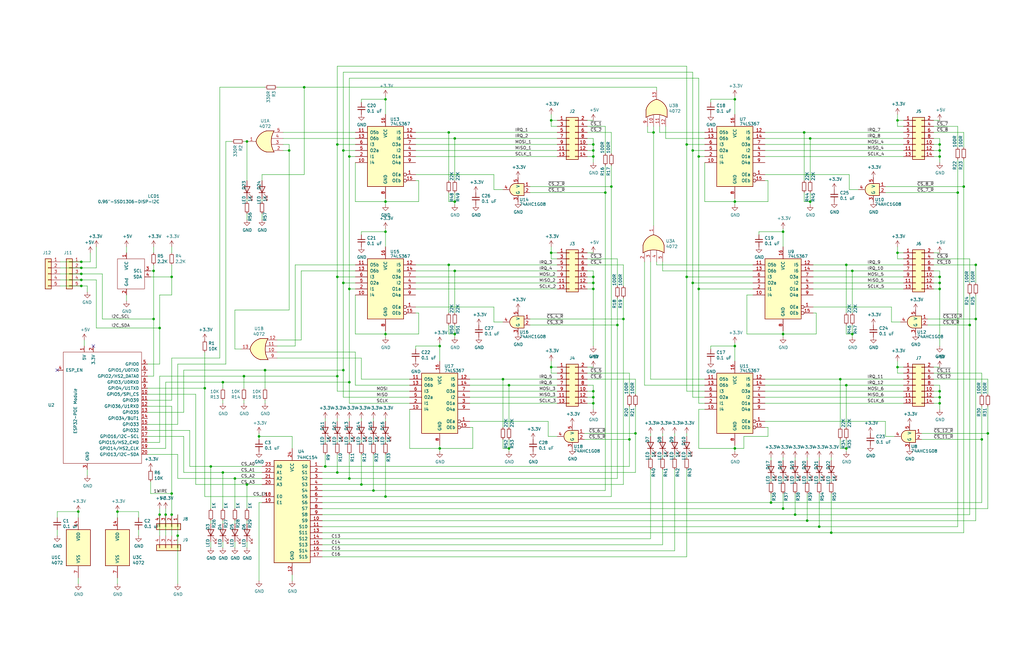
<source format=kicad_sch>
(kicad_sch (version 20230121) (generator eeschema)
  (paper "USLedger")
  (lib_symbols
    (symbol "4xxx:4072" (pin_names (offset 1.016))
      (property "Reference" "U" (at 0 1.27 0))
      (property "Value" "4xxx_4072" (at 0 -1.27 0))
      (symbol "4072_1_1"
        (pin output line (at 7.62 0 180) (length 3.81) (name "~") (number "1"))
        (pin input line (at -7.62 3.81 0) (length 3.81) (name "~") (number "2"))
        (pin input line (at -7.62 1.27 0) (length 4.826) (name "~") (number "3"))
        (pin input line (at -7.62 -1.27 0) (length 4.826) (name "~") (number "4"))
        (pin input line (at -7.62 -3.81 0) (length 3.81) (name "~") (number "5"))
      )
      (symbol "4072_1_2"
        (pin output inverted (at 7.62 0 180) (length 3.81) (name "~") (number "1"))
        (pin input inverted (at -7.62 3.81 0) (length 3.81) (name "~") (number "2"))
        (pin input inverted (at -7.62 1.27 0) (length 3.81) (name "~") (number "3"))
        (pin input inverted (at -7.62 -1.27 0) (length 3.81) (name "~") (number "4"))
        (pin input inverted (at -7.62 -3.81 0) (length 3.81) (name "~") (number "5"))
      )
      (symbol "4072_2_1"
        (pin input line (at -7.62 1.27 0) (length 4.826) (name "~") (number "10"))
        (pin input line (at -7.62 -1.27 0) (length 4.826) (name "~") (number "11"))
        (pin input line (at -7.62 -3.81 0) (length 3.81) (name "~") (number "12"))
        (pin output line (at 7.62 0 180) (length 3.81) (name "~") (number "13"))
        (pin input line (at -7.62 3.81 0) (length 3.81) (name "~") (number "9"))
      )
      (symbol "4072_2_2"
        (pin input inverted (at -7.62 1.27 0) (length 3.81) (name "~") (number "10"))
        (pin input inverted (at -7.62 -1.27 0) (length 3.81) (name "~") (number "11"))
        (pin input inverted (at -7.62 -3.81 0) (length 3.81) (name "~") (number "12"))
        (pin output inverted (at 7.62 0 180) (length 3.81) (name "~") (number "13"))
        (pin input inverted (at -7.62 3.81 0) (length 3.81) (name "~") (number "9"))
      )
      (symbol "4072_3_0"
        (pin power_in line (at 0 12.7 270) (length 5.08) (name "VDD") (number "14"))
        (pin power_in line (at 0 -12.7 90) (length 5.08) (name "VSS") (number "7"))
      )
    )
    (symbol "74LS367_1" (pin_names (offset 1.016))
      (property "Reference" "U13" (at 1.9559 15.7099 0))
      (property "Value" "74LS367" (at 1.9559 13.7889 0))
      (symbol "74LS367_1_1_0"
        (pin input inverted (at 12.7 -7.62 180) (length 5.08) (name "OEa") (number "1"))
        (pin input line (at -12.7 -2.54 0) (length 5.08) (name "I4") (number "10"))
        (pin tri_state line (at -12.7 10.16 0) (length 5.08) (name "O5b") (number "11"))
        (pin input line (at 12.7 10.16 180) (length 5.08) (name "I5") (number "12"))
        (pin tri_state line (at -12.7 7.62 0) (length 5.08) (name "O6b") (number "13"))
        (pin input line (at 12.7 7.62 180) (length 5.08) (name "I6") (number "14"))
        (pin input inverted (at 12.7 -10.16 180) (length 5.08) (name "OEb") (number "15"))
        (pin power_in line (at 0 17.78 270) (length 5.08) (name "VCC") (number "16"))
        (pin input line (at -12.7 0 0) (length 5.08) (name "I1") (number "2"))
        (pin tri_state line (at 12.7 0 180) (length 5.08) (name "O1a") (number "3"))
        (pin input line (at 12.7 2.54 180) (length 5.08) (name "I2") (number "4"))
        (pin tri_state line (at -12.7 2.54 0) (length 5.08) (name "O2a") (number "5"))
        (pin input line (at -12.7 5.08 0) (length 5.08) (name "I3") (number "6"))
        (pin tri_state line (at 12.7 5.08 180) (length 5.08) (name "O3a") (number "7"))
        (pin power_in line (at 0 -17.78 90) (length 5.08) (name "GND") (number "8"))
        (pin tri_state line (at 12.7 -2.54 180) (length 5.08) (name "O4a") (number "9"))
      )
    )
    (symbol "74xGxx:74AHC1G08"
      (property "Reference" "U8" (at -11.3946 3.1369 0))
      (property "Value" "74AHC1G08" (at -11.43 11.43 0))
      (symbol "74AHC1G08_1_1"
        (pin input line (at -7.62 1.27 0) (length 2.54) (name "~") (number "1"))
        (pin input line (at -7.62 -1.27 0) (length 2.54) (name "~") (number "2"))
        (pin power_in line (at -2.54 -5.08 90) (length 2.54) (name "G") (number "3"))
        (pin output line (at 3.81 0 180) (length 2.54) (name "~") (number "4"))
        (pin power_in line (at -2.54 5.08 270) (length 2.54) (name "V") (number "5"))
      )
    )
    (symbol "74xx:74LS154" (pin_names (offset 1.016))
      (property "Reference" "U" (at -7.62 21.59 0))
      (property "Value" "74xx_74LS154" (at -7.62 -24.13 0))
      (symbol "74LS154_1_0"
        (pin output line (at 12.7 17.78 180) (length 5.08) (name "S0") (number "1"))
        (pin output line (at 12.7 -5.08 180) (length 5.08) (name "S9") (number "10"))
        (pin output line (at 12.7 -7.62 180) (length 5.08) (name "S10") (number "11"))
        (pin power_in line (at 0 -27.94 90) (length 5.08) (name "GND") (number "12"))
        (pin output line (at 12.7 -10.16 180) (length 5.08) (name "S11") (number "13"))
        (pin output line (at 12.7 -12.7 180) (length 5.08) (name "S12") (number "14"))
        (pin output line (at 12.7 -15.24 180) (length 5.08) (name "S13") (number "15"))
        (pin output line (at 12.7 -17.78 180) (length 5.08) (name "S14") (number "16"))
        (pin output line (at 12.7 -20.32 180) (length 5.08) (name "S15") (number "17"))
        (pin input line (at -12.7 5.08 0) (length 5.08) (name "E0") (number "18"))
        (pin input line (at -12.7 2.54 0) (length 5.08) (name "E1") (number "19"))
        (pin output line (at 12.7 15.24 180) (length 5.08) (name "S1") (number "2"))
        (pin input line (at -12.7 10.16 0) (length 5.08) (name "A3") (number "20"))
        (pin input line (at -12.7 12.7 0) (length 5.08) (name "A2") (number "21"))
        (pin input line (at -12.7 15.24 0) (length 5.08) (name "A1") (number "22"))
        (pin input line (at -12.7 17.78 0) (length 5.08) (name "A0") (number "23"))
        (pin power_in line (at 0 25.4 270) (length 5.08) (name "VCC") (number "24"))
        (pin output line (at 12.7 12.7 180) (length 5.08) (name "S2") (number "3"))
        (pin output line (at 12.7 10.16 180) (length 5.08) (name "S3") (number "4"))
        (pin output line (at 12.7 7.62 180) (length 5.08) (name "S4") (number "5"))
        (pin output line (at 12.7 5.08 180) (length 5.08) (name "S5") (number "6"))
        (pin output line (at 12.7 2.54 180) (length 5.08) (name "S6") (number "7"))
        (pin output line (at 12.7 0 180) (length 5.08) (name "S7") (number "8"))
        (pin output line (at 12.7 -2.54 180) (length 5.08) (name "S8") (number "9"))
      )
    )
    (symbol "Connector_Generic:Conn_01x04" (pin_names (offset 1.016) hide)
      (property "Reference" "J" (at 0 5.08 0))
      (property "Value" "Conn_01x04" (at 0 -7.62 0))
      (symbol "Conn_01x04_1_1"
        (pin passive line (at -5.08 2.54 0) (length 3.81) (name "Pin_1") (number "1"))
        (pin passive line (at -5.08 0 0) (length 3.81) (name "Pin_2") (number "2"))
        (pin passive line (at -5.08 -2.54 0) (length 3.81) (name "Pin_3") (number "3"))
        (pin passive line (at -5.08 -5.08 0) (length 3.81) (name "Pin_4") (number "4"))
      )
    )
    (symbol "Connector_Generic:Conn_01x05" (pin_names (offset 1.016) hide)
      (property "Reference" "J" (at 0 7.62 0))
      (property "Value" "Conn_01x05" (at 0 -7.62 0))
      (symbol "Conn_01x05_1_1"
        (pin passive line (at -5.08 5.08 0) (length 3.81) (name "Pin_1") (number "1"))
        (pin passive line (at -5.08 2.54 0) (length 3.81) (name "Pin_2") (number "2"))
        (pin passive line (at -5.08 0 0) (length 3.81) (name "Pin_3") (number "3"))
        (pin passive line (at -5.08 -2.54 0) (length 3.81) (name "Pin_4") (number "4"))
        (pin passive line (at -5.08 -5.08 0) (length 3.81) (name "Pin_5") (number "5"))
      )
    )
    (symbol "Connector_Generic:Conn_02x07_Odd_Even" (pin_names (offset 1.016) hide)
      (property "Reference" "J" (at 1.27 10.16 0))
      (property "Value" "Conn_02x07_Odd_Even" (at 1.27 -10.16 0))
      (symbol "Conn_02x07_Odd_Even_1_1"
        (pin passive line (at -5.08 7.62 0) (length 3.81) (name "Pin_1") (number "1"))
        (pin passive line (at 7.62 -2.54 180) (length 3.81) (name "Pin_10") (number "10"))
        (pin passive line (at -5.08 -5.08 0) (length 3.81) (name "Pin_11") (number "11"))
        (pin passive line (at 7.62 -5.08 180) (length 3.81) (name "Pin_12") (number "12"))
        (pin passive line (at -5.08 -7.62 0) (length 3.81) (name "Pin_13") (number "13"))
        (pin passive line (at 7.62 -7.62 180) (length 3.81) (name "Pin_14") (number "14"))
        (pin passive line (at 7.62 7.62 180) (length 3.81) (name "Pin_2") (number "2"))
        (pin passive line (at -5.08 5.08 0) (length 3.81) (name "Pin_3") (number "3"))
        (pin passive line (at 7.62 5.08 180) (length 3.81) (name "Pin_4") (number "4"))
        (pin passive line (at -5.08 2.54 0) (length 3.81) (name "Pin_5") (number "5"))
        (pin passive line (at 7.62 2.54 180) (length 3.81) (name "Pin_6") (number "6"))
        (pin passive line (at -5.08 0 0) (length 3.81) (name "Pin_7") (number "7"))
        (pin passive line (at 7.62 0 180) (length 3.81) (name "Pin_8") (number "8"))
        (pin passive line (at -5.08 -2.54 0) (length 3.81) (name "Pin_9") (number "9"))
      )
    )
    (symbol "Device:C_Small" (pin_numbers hide) (pin_names (offset 0.254) hide)
      (property "Reference" "C" (at 0.254 1.778 0))
      (property "Value" "C_Small" (at 0.254 -2.032 0))
      (symbol "C_Small_1_1"
        (pin passive line (at 0 2.54 270) (length 2.032) (name "~") (number "1"))
        (pin passive line (at 0 -2.54 90) (length 2.032) (name "~") (number "2"))
      )
    )
    (symbol "Device:LED" (pin_numbers hide) (pin_names (offset 1.016) hide)
      (property "Reference" "D" (at 0 2.54 0))
      (property "Value" "LED" (at 0 -2.54 0))
      (symbol "LED_1_1"
        (pin passive line (at -3.81 0 0) (length 2.54) (name "K") (number "1"))
        (pin passive line (at 3.81 0 180) (length 2.54) (name "A") (number "2"))
      )
    )
    (symbol "Device:R_Small" (pin_numbers hide) (pin_names (offset 0.254) hide)
      (property "Reference" "R" (at 0.762 0.508 0))
      (property "Value" "R_Small" (at 0.762 -1.016 0))
      (symbol "R_Small_1_1"
        (pin passive line (at 0 2.54 270) (length 0.762) (name "~") (number "1"))
        (pin passive line (at 0 -2.54 90) (length 0.762) (name "~") (number "2"))
      )
    )
    (symbol "custom:0.96-SSD1306-DISP-I2C" (pin_names (offset 1.016))
      (property "Reference" "LCD?" (at 13.97 15.24 0))
      (property "Value" "0.96-SSD1306-DISP-I2C" (at 15.24 12.7 0))
      (symbol "0.96-SSD1306-DISP-I2C_1_1"
        (pin power_in line (at 0 8.89 270) (length 2.54) (name "VCC") (number "1"))
        (pin power_in line (at 0 -8.89 90) (length 2.54) (name "Gnd") (number "2"))
        (pin input line (at 10.16 1.27 180) (length 2.54) (name "SCL") (number "3"))
        (pin bidirectional line (at 10.16 -1.27 180) (length 2.54) (name "SDA") (number "4"))
      )
    )
    (symbol "custom:ESP32-POE" (pin_names (offset 1.016))
      (property "Reference" "U" (at -8.89 7.62 0))
      (property "Value" "ESP32-POE" (at -1.27 -8.89 0))
      (symbol "ESP32-POE_1_1"
        (pin power_in line (at -1.27 8.89 270) (length 2.54) (name "5V") (number "1"))
        (pin bidirectional line (at 25.4 -11.43 180) (length 2.54) (name "GPIO5/SPI_CS") (number "10"))
        (pin bidirectional line (at 25.4 -13.97 180) (length 2.54) (name "GPIO39") (number "11"))
        (pin bidirectional line (at 25.4 -16.51 180) (length 2.54) (name "GPIO36/U1RXD") (number "12"))
        (pin bidirectional line (at 25.4 -19.05 180) (length 2.54) (name "GPIO35") (number "13"))
        (pin bidirectional line (at 25.4 -21.59 180) (length 2.54) (name "GPIO34/BUT1") (number "14"))
        (pin bidirectional line (at 25.4 -24.13 180) (length 2.54) (name "GPIO33") (number "15"))
        (pin bidirectional line (at 25.4 -26.67 180) (length 2.54) (name "GPIO32") (number "16"))
        (pin bidirectional line (at 25.4 -29.21 180) (length 2.54) (name "GPIO16/I2C-SCL") (number "17"))
        (pin bidirectional line (at 25.4 -31.75 180) (length 2.54) (name "GPIO15/HS2_CMD") (number "18"))
        (pin bidirectional line (at 25.4 -34.29 180) (length 2.54) (name "GPIO14/HS2_CLK") (number "19"))
        (pin power_in line (at 2.54 8.89 270) (length 2.54) (name "3.3V") (number "2"))
        (pin bidirectional line (at 25.4 -36.83 180) (length 2.54) (name "GPIO13/I2C-SDA") (number "20"))
        (pin power_in line (at 0 -43.18 90) (length 2.54) (name "GND") (number "3"))
        (pin passive line (at -12.7 -1.27 0) (length 2.54) (name "ESP_EN") (number "4"))
        (pin bidirectional line (at 25.4 1.27 180) (length 2.54) (name "GPIO0") (number "5"))
        (pin bidirectional line (at 25.4 -1.27 180) (length 2.54) (name "GPIO1/U0TXD") (number "6"))
        (pin bidirectional line (at 25.4 -3.81 180) (length 2.54) (name "GPIO2/HS2_DATA0") (number "7"))
        (pin bidirectional line (at 25.4 -6.35 180) (length 2.54) (name "GPIO3/U0RXD") (number "8"))
        (pin bidirectional line (at 25.4 -8.89 180) (length 2.54) (name "GPIO4/U1TXD") (number "9"))
      )
    )
    (symbol "power:+3.3V" (power) (pin_names (offset 0))
      (property "Value" "+3.3V" (at 0 3.556 0))
      (symbol "+3.3V_1_1"
        (pin power_in line (at 0 0 90) (length 0) hide (name "+3.3V") (number "1"))
      )
    )
    (symbol "power:+5V" (power) (pin_names (offset 0))
      (property "Value" "+5V" (at 0 3.556 0))
      (symbol "+5V_1_1"
        (pin power_in line (at 0 0 90) (length 0) hide (name "+5V") (number "1"))
      )
    )
    (symbol "power:GND" (power) (pin_names (offset 0))
      (property "Value" "GND" (at 0 -3.81 0))
      (symbol "GND_1_1"
        (pin power_in line (at 0 0 270) (length 0) hide (name "GND") (number "1"))
      )
    )
  )
  (junction (at 325.12 212.09))
  (junction (at 411.48 111.76))
  (junction (at 64.77 134.62))
  (junction (at 339.09 55.88))
  (junction (at 34.29 113.03))
  (junction (at 309.88 41.91))
  (junction (at 250.19 66.04))
  (junction (at 49.53 215.9))
  (junction (at 396.24 116.84))
  (junction (at 396.24 121.92))
  (junction (at 396.24 170.18))
  (junction (at 147.32 161.29))
  (junction (at 408.94 137.16))
  (junction (at 411.48 134.62))
  (junction (at 72.39 208.28))
  (junction (at 260.35 137.16))
  (junction (at 72.39 116.84))
  (junction (at 396.24 165.1))
  (junction (at 162.56 140.97))
  (junction (at 191.77 85.09))
  (junction (at 102.87 158.75))
  (junction (at 142.24 116.84))
  (junction (at 34.29 118.11))
  (junction (at 416.56 182.88))
  (junction (at 292.1 63.5))
  (junction (at 265.43 185.42))
  (junction (at 191.77 58.42))
  (junction (at 354.33 160.02))
  (junction (at 250.19 121.92))
  (junction (at 99.06 201.93))
  (junction (at 121.92 63.5))
  (junction (at 111.76 156.21))
  (junction (at 232.41 106.68))
  (junction (at 128.27 36.83))
  (junction (at 289.56 60.96))
  (junction (at 142.24 60.96))
  (junction (at 359.41 114.3))
  (junction (at 232.41 50.8))
  (junction (at 189.23 111.76))
  (junction (at 93.98 199.39))
  (junction (at 356.87 111.76))
  (junction (at 214.63 162.56))
  (junction (at 350.52 224.79))
  (junction (at 341.63 58.42))
  (junction (at 162.56 209.55))
  (junction (at 414.02 185.42))
  (junction (at 74.93 226.06))
  (junction (at 250.19 165.1))
  (junction (at 292.1 119.38))
  (junction (at 191.77 114.3))
  (junction (at 72.39 217.17))
  (junction (at 345.44 222.25))
  (junction (at 309.88 146.05))
  (junction (at 104.14 204.47))
  (junction (at 341.63 85.09))
  (junction (at 93.98 161.29))
  (junction (at 142.24 158.75))
  (junction (at 147.32 66.04))
  (junction (at 88.9 196.85))
  (junction (at 396.24 66.04))
  (junction (at 64.77 114.3))
  (junction (at 250.19 167.64))
  (junction (at 144.78 119.38))
  (junction (at 137.16 196.85))
  (junction (at 378.46 106.68))
  (junction (at 185.42 146.05))
  (junction (at 67.31 217.17))
  (junction (at 378.46 50.8))
  (junction (at 250.19 116.84))
  (junction (at 356.87 189.23))
  (junction (at 359.41 140.97))
  (junction (at 378.46 154.94))
  (junction (at 157.48 207.01))
  (junction (at 257.81 78.74))
  (junction (at 69.85 217.17))
  (junction (at 396.24 63.5))
  (junction (at 309.88 85.09))
  (junction (at 189.23 55.88))
  (junction (at 109.22 184.15))
  (junction (at 214.63 189.23))
  (junction (at 294.64 66.04))
  (junction (at 335.28 217.17))
  (junction (at 356.87 162.56))
  (junction (at 396.24 167.64))
  (junction (at 396.24 119.38))
  (junction (at 396.24 60.96))
  (junction (at 104.14 59.69))
  (junction (at 250.19 119.38))
  (junction (at 147.32 201.93))
  (junction (at 34.29 110.49))
  (junction (at 275.59 55.88))
  (junction (at 250.19 170.18))
  (junction (at 403.86 81.28))
  (junction (at 406.4 78.74))
  (junction (at 147.32 121.92))
  (junction (at 232.41 154.94))
  (junction (at 250.19 63.5))
  (junction (at 152.4 204.47))
  (junction (at 162.56 97.79))
  (junction (at 162.56 41.91))
  (junction (at 330.2 140.97))
  (junction (at 267.97 182.88))
  (junction (at 212.09 160.02))
  (junction (at 262.89 134.62))
  (junction (at 34.29 115.57))
  (junction (at 142.24 199.39))
  (junction (at 162.56 85.09))
  (junction (at 33.02 215.9))
  (junction (at 250.19 60.96))
  (junction (at 294.64 121.92))
  (junction (at 185.42 189.23))
  (junction (at 330.2 214.63))
  (junction (at 86.36 163.83))
  (junction (at 289.56 116.84))
  (junction (at 144.78 156.21))
  (junction (at 340.36 219.71))
  (junction (at 144.78 63.5))
  (junction (at 309.88 189.23))
  (junction (at 191.77 140.97))
  (junction (at 330.2 97.79))
  (junction (at 255.27 81.28))
  (junction (at 34.29 120.65))
  (junction (at 67.31 138.43))
  (no_connect (at 39.37 146.05))
  (no_connect (at 24.13 156.21))
  (wire (pts (xy 67.31 153.67) (xy 67.31 138.43)))
  (wire (pts (xy 342.9 114.3) (xy 359.41 114.3)))
  (wire (pts (xy 124.46 146.05) (xy 116.84 146.05)))
  (wire (pts (xy 250.19 170.18) (xy 247.65 170.18)))
  (wire (pts (xy 247.65 167.64) (xy 250.19 167.64)))
  (wire (pts (xy 93.98 199.39) (xy 93.98 214.63)))
  (wire (pts (xy 414.02 157.48) (xy 414.02 166.37)))
  (wire (pts (xy 176.53 76.2) (xy 176.53 85.09)))
  (wire (pts (xy 411.48 124.46) (xy 411.48 134.62)))
  (wire (pts (xy 408.94 137.16) (xy 408.94 217.17)))
  (wire (pts (xy 142.24 158.75) (xy 142.24 165.1)))
  (wire (pts (xy 342.9 132.08) (xy 344.17 132.08)))
  (wire (pts (xy 396.24 165.1) (xy 396.24 167.64)))
  (wire (pts (xy 247.65 165.1) (xy 250.19 165.1)))
  (wire (pts (xy 280.67 53.34) (xy 280.67 58.42)))
  (wire (pts (xy 147.32 66.04) (xy 149.86 66.04)))
  (wire (pts (xy 198.12 165.1) (xy 234.95 165.1)))
  (wire (pts (xy 250.19 121.92) (xy 250.19 146.05)))
  (wire (pts (xy 34.29 113.03) (xy 25.4 113.03)))
  (wire (pts (xy 40.64 104.14) (xy 40.64 113.03)))
  (wire (pts (xy 391.16 137.16) (xy 408.94 137.16)))
  (wire (pts (xy 175.26 114.3) (xy 191.77 114.3)))
  (wire (pts (xy 95.25 59.69) (xy 97.79 59.69)))
  (wire (pts (xy 373.38 184.15) (xy 373.38 177.8)))
  (wire (pts (xy 172.72 172.72) (xy 172.72 189.23)))
  (wire (pts (xy 109.22 212.09) (xy 110.49 212.09)))
  (wire (pts (xy 121.92 130.81) (xy 99.06 130.81)))
  (wire (pts (xy 72.39 226.06) (xy 72.39 217.17)))
  (wire (pts (xy 396.24 114.3) (xy 396.24 116.84)))
  (wire (pts (xy 356.87 111.76) (xy 381 111.76)))
  (wire (pts (xy 322.58 170.18) (xy 381 170.18)))
  (wire (pts (xy 142.24 165.1) (xy 172.72 165.1)))
  (wire (pts (xy 416.56 160.02) (xy 416.56 166.37)))
  (wire (pts (xy 25.4 118.11) (xy 34.29 118.11)))
  (wire (pts (xy 232.41 157.48) (xy 234.95 157.48)))
  (wire (pts (xy 191.77 81.28) (xy 191.77 85.09)))
  (wire (pts (xy 356.87 180.34) (xy 356.87 162.56)))
  (wire (pts (xy 280.67 58.42) (xy 297.18 58.42)))
  (wire (pts (xy 359.41 132.08) (xy 359.41 114.3)))
  (wire (pts (xy 110.49 73.66) (xy 110.49 76.2)))
  (wire (pts (xy 62.23 173.99) (xy 77.47 173.99)))
  (wire (pts (xy 135.89 207.01) (xy 157.48 207.01)))
  (wire (pts (xy 147.32 176.53) (xy 147.32 177.8)))
  (wire (pts (xy 123.19 245.11) (xy 123.19 242.57)))
  (wire (pts (xy 250.19 162.56) (xy 250.19 165.1)))
  (wire (pts (xy 260.35 125.73) (xy 260.35 137.16)))
  (wire (pts (xy 322.58 167.64) (xy 381 167.64)))
  (wire (pts (xy 292.1 119.38) (xy 292.1 167.64)))
  (wire (pts (xy 72.39 124.46) (xy 72.39 116.84)))
  (wire (pts (xy 67.31 214.63) (xy 67.31 217.17)))
  (wire (pts (xy 411.48 111.76) (xy 411.48 119.38)))
  (wire (pts (xy 198.12 160.02) (xy 212.09 160.02)))
  (wire (pts (xy 232.41 109.22) (xy 234.95 109.22)))
  (wire (pts (xy 396.24 60.96) (xy 396.24 63.5)))
  (wire (pts (xy 247.65 119.38) (xy 250.19 119.38)))
  (wire (pts (xy 175.26 60.96) (xy 234.95 60.96)))
  (wire (pts (xy 260.35 137.16) (xy 260.35 201.93)))
  (wire (pts (xy 124.46 111.76) (xy 149.86 111.76)))
  (wire (pts (xy 354.33 185.42) (xy 354.33 189.23)))
  (wire (pts (xy 294.64 121.92) (xy 294.64 170.18)))
  (wire (pts (xy 24.13 226.06) (xy 24.13 223.52)))
  (wire (pts (xy 124.46 111.76) (xy 124.46 146.05)))
  (wire (pts (xy 152.4 176.53) (xy 152.4 177.8)))
  (wire (pts (xy 110.49 90.17) (xy 110.49 92.71)))
  (wire (pts (xy 309.88 41.91) (xy 309.88 48.26)))
  (wire (pts (xy 255.27 69.85) (xy 255.27 81.28)))
  (wire (pts (xy 162.56 97.79) (xy 162.56 104.14)))
  (wire (pts (xy 342.9 119.38) (xy 381 119.38)))
  (wire (pts (xy 341.63 81.28) (xy 341.63 85.09)))
  (wire (pts (xy 162.56 96.52) (xy 162.56 97.79)))
  (wire (pts (xy 246.38 182.88) (xy 267.97 182.88)))
  (wire (pts (xy 135.89 199.39) (xy 142.24 199.39)))
  (wire (pts (xy 102.87 158.75) (xy 142.24 158.75)))
  (wire (pts (xy 273.05 55.88) (xy 275.59 55.88)))
  (wire (pts (xy 350.52 193.04) (xy 350.52 194.31)))
  (wire (pts (xy 152.4 97.79) (xy 162.56 97.79)))
  (wire (pts (xy 250.19 172.72) (xy 250.19 170.18)))
  (wire (pts (xy 99.06 130.81) (xy 99.06 147.32)))
  (wire (pts (xy 335.28 201.93) (xy 335.28 203.2)))
  (wire (pts (xy 247.65 116.84) (xy 250.19 116.84)))
  (wire (pts (xy 116.84 151.13) (xy 152.4 151.13)))
  (wire (pts (xy 294.64 189.23) (xy 309.88 189.23)))
  (wire (pts (xy 77.47 156.21) (xy 111.76 156.21)))
  (wire (pts (xy 416.56 171.45) (xy 416.56 182.88)))
  (wire (pts (xy 403.86 81.28) (xy 403.86 222.25)))
  (wire (pts (xy 289.56 165.1) (xy 297.18 165.1)))
  (wire (pts (xy 67.31 217.17) (xy 67.31 226.06)))
  (wire (pts (xy 339.09 81.28) (xy 339.09 85.09)))
  (wire (pts (xy 64.77 111.76) (xy 64.77 114.3)))
  (wire (pts (xy 80.01 196.85) (xy 88.9 196.85)))
  (wire (pts (xy 208.28 129.54) (xy 175.26 129.54)))
  (wire (pts (xy 292.1 119.38) (xy 317.5 119.38)))
  (wire (pts (xy 378.46 109.22) (xy 381 109.22)))
  (wire (pts (xy 232.41 106.68) (xy 234.95 106.68)))
  (wire (pts (xy 276.86 110.49) (xy 276.86 111.76)))
  (wire (pts (xy 247.65 160.02) (xy 267.97 160.02)))
  (wire (pts (xy 142.24 60.96) (xy 142.24 116.84)))
  (wire (pts (xy 175.26 58.42) (xy 191.77 58.42)))
  (wire (pts (xy 24.13 218.44) (xy 24.13 215.9)))
  (wire (pts (xy 128.27 36.83) (xy 276.86 36.83)))
  (wire (pts (xy 289.56 27.94) (xy 289.56 60.96)))
  (wire (pts (xy 396.24 58.42) (xy 396.24 60.96)))
  (wire (pts (xy 279.4 114.3) (xy 317.5 114.3)))
  (wire (pts (xy 110.49 73.66) (xy 128.27 73.66)))
  (wire (pts (xy 34.29 120.65) (xy 25.4 120.65)))
  (wire (pts (xy 375.92 129.54) (xy 342.9 129.54)))
  (wire (pts (xy 257.81 55.88) (xy 257.81 64.77)))
  (wire (pts (xy 162.56 140.97) (xy 162.56 142.24)))
  (wire (pts (xy 396.24 50.8) (xy 393.7 50.8)))
  (wire (pts (xy 340.36 201.93) (xy 340.36 203.2)))
  (wire (pts (xy 262.89 111.76) (xy 262.89 120.65)))
  (wire (pts (xy 292.1 63.5) (xy 292.1 30.48)))
  (wire (pts (xy 391.16 134.62) (xy 411.48 134.62)))
  (wire (pts (xy 175.26 66.04) (xy 234.95 66.04)))
  (wire (pts (xy 212.09 185.42) (xy 212.09 189.23)))
  (wire (pts (xy 144.78 30.48) (xy 144.78 63.5)))
  (wire (pts (xy 135.89 224.79) (xy 350.52 224.79)))
  (wire (pts (xy 137.16 185.42) (xy 137.16 186.69)))
  (wire (pts (xy 185.42 146.05) (xy 185.42 152.4)))
  (wire (pts (xy 356.87 189.23) (xy 356.87 190.5)))
  (wire (pts (xy 373.38 81.28) (xy 403.86 81.28)))
  (wire (pts (xy 396.24 116.84) (xy 396.24 119.38)))
  (wire (pts (xy 121.92 60.96) (xy 121.92 63.5)))
  (wire (pts (xy 63.5 208.28) (xy 63.5 203.2)))
  (wire (pts (xy 191.77 137.16) (xy 191.77 140.97)))
  (wire (pts (xy 330.2 193.04) (xy 330.2 194.31)))
  (wire (pts (xy 189.23 55.88) (xy 234.95 55.88)))
  (wire (pts (xy 214.63 189.23) (xy 214.63 190.5)))
  (wire (pts (xy 99.06 147.32) (xy 101.6 147.32)))
  (wire (pts (xy 289.56 60.96) (xy 297.18 60.96)))
  (wire (pts (xy 411.48 111.76) (xy 393.7 111.76)))
  (wire (pts (xy 99.06 201.93) (xy 99.06 214.63)))
  (wire (pts (xy 64.77 158.75) (xy 62.23 158.75)))
  (wire (pts (xy 393.7 160.02) (xy 416.56 160.02)))
  (wire (pts (xy 356.87 137.16) (xy 356.87 140.97)))
  (wire (pts (xy 69.85 214.63) (xy 69.85 217.17)))
  (wire (pts (xy 74.93 226.06) (xy 74.93 246.38)))
  (wire (pts (xy 64.77 114.3) (xy 63.5 114.3)))
  (wire (pts (xy 388.62 182.88) (xy 416.56 182.88)))
  (wire (pts (xy 289.56 116.84) (xy 289.56 165.1)))
  (wire (pts (xy 185.42 189.23) (xy 185.42 187.96)))
  (wire (pts (xy 393.7 119.38) (xy 396.24 119.38)))
  (wire (pts (xy 279.4 198.12) (xy 279.4 229.87)))
  (wire (pts (xy 378.46 53.34) (xy 381 53.34)))
  (wire (pts (xy 250.19 165.1) (xy 250.19 167.64)))
  (wire (pts (xy 265.43 171.45) (xy 265.43 185.42)))
  (wire (pts (xy 250.19 60.96) (xy 250.19 63.5)))
  (wire (pts (xy 40.64 113.03) (xy 34.29 113.03)))
  (wire (pts (xy 147.32 121.92) (xy 147.32 161.29)))
  (wire (pts (xy 378.46 50.8) (xy 378.46 53.34)))
  (wire (pts (xy 38.1 110.49) (xy 34.29 110.49)))
  (wire (pts (xy 93.98 228.6) (xy 93.98 231.14)))
  (wire (pts (xy 350.52 201.93) (xy 350.52 203.2)))
  (wire (pts (xy 34.29 118.11) (xy 40.64 118.11)))
  (wire (pts (xy 275.59 55.88) (xy 275.59 53.34)))
  (wire (pts (xy 396.24 162.56) (xy 396.24 165.1)))
  (wire (pts (xy 378.46 106.68) (xy 378.46 109.22)))
  (wire (pts (xy 323.85 76.2) (xy 323.85 85.09)))
  (wire (pts (xy 208.28 80.01) (xy 208.28 73.66)))
  (wire (pts (xy 74.93 201.93) (xy 99.06 201.93)))
  (wire (pts (xy 274.32 198.12) (xy 274.32 227.33)))
  (wire (pts (xy 175.26 55.88) (xy 189.23 55.88)))
  (wire (pts (xy 135.89 217.17) (xy 335.28 217.17)))
  (wire (pts (xy 49.53 218.44) (xy 49.53 215.9)))
  (wire (pts (xy 330.2 140.97) (xy 330.2 142.24)))
  (wire (pts (xy 88.9 196.85) (xy 88.9 214.63)))
  (wire (pts (xy 72.39 217.17) (xy 72.39 208.28)))
  (wire (pts (xy 64.77 114.3) (xy 64.77 134.62)))
  (wire (pts (xy 33.02 246.38) (xy 33.02 243.84)))
  (wire (pts (xy 294.64 170.18) (xy 297.18 170.18)))
  (wire (pts (xy 344.17 140.97) (xy 330.2 140.97)))
  (wire (pts (xy 176.53 140.97) (xy 162.56 140.97)))
  (wire (pts (xy 322.58 76.2) (xy 323.85 76.2)))
  (wire (pts (xy 93.98 170.18) (xy 93.98 168.91)))
  (wire (pts (xy 232.41 48.26) (xy 232.41 50.8)))
  (wire (pts (xy 292.1 167.64) (xy 297.18 167.64)))
  (wire (pts (xy 80.01 196.85) (xy 80.01 181.61)))
  (wire (pts (xy 323.85 85.09) (xy 309.88 85.09)))
  (wire (pts (xy 393.7 60.96) (xy 396.24 60.96)))
  (wire (pts (xy 323.85 184.15) (xy 313.69 184.15)))
  (wire (pts (xy 104.14 83.82) (xy 104.14 85.09)))
  (wire (pts (xy 67.31 158.75) (xy 102.87 158.75)))
  (wire (pts (xy 322.58 165.1) (xy 381 165.1)))
  (wire (pts (xy 406.4 78.74) (xy 406.4 224.79)))
  (wire (pts (xy 135.89 214.63) (xy 330.2 214.63)))
  (wire (pts (xy 325.12 201.93) (xy 325.12 203.2)))
  (wire (pts (xy 152.4 204.47) (xy 262.89 204.47)))
  (wire (pts (xy 393.7 167.64) (xy 396.24 167.64)))
  (wire (pts (xy 62.23 163.83) (xy 86.36 163.83)))
  (wire (pts (xy 111.76 163.83) (xy 111.76 156.21)))
  (wire (pts (xy 378.46 154.94) (xy 378.46 157.48)))
  (wire (pts (xy 214.63 162.56) (xy 234.95 162.56)))
  (wire (pts (xy 116.84 143.51) (xy 127 143.51)))
  (wire (pts (xy 313.69 184.15) (xy 313.69 189.23)))
  (wire (pts (xy 189.23 137.16) (xy 189.23 140.97)))
  (wire (pts (xy 34.29 110.49) (xy 25.4 110.49)))
  (wire (pts (xy 144.78 63.5) (xy 144.78 119.38)))
  (wire (pts (xy 274.32 191.77) (xy 274.32 193.04)))
  (wire (pts (xy 104.14 204.47) (xy 104.14 214.63)))
  (wire (pts (xy 289.56 60.96) (xy 289.56 116.84)))
  (wire (pts (xy 199.39 180.34) (xy 199.39 189.23)))
  (wire (pts (xy 396.24 66.04) (xy 393.7 66.04)))
  (wire (pts (xy 294.64 33.02) (xy 294.64 66.04)))
  (wire (pts (xy 396.24 154.94) (xy 393.7 154.94)))
  (wire (pts (xy 162.56 41.91) (xy 162.56 48.26)))
  (wire (pts (xy 342.9 111.76) (xy 356.87 111.76)))
  (wire (pts (xy 330.2 201.93) (xy 330.2 203.2)))
  (wire (pts (xy 403.86 53.34) (xy 393.7 53.34)))
  (wire (pts (xy 223.52 81.28) (xy 255.27 81.28)))
  (wire (pts (xy 147.32 33.02) (xy 294.64 33.02)))
  (wire (pts (xy 149.86 68.58) (xy 149.86 85.09)))
  (wire (pts (xy 317.5 124.46) (xy 314.96 124.46)))
  (wire (pts (xy 38.1 106.68) (xy 38.1 110.49)))
  (wire (pts (xy 309.88 189.23) (xy 309.88 190.5)))
  (wire (pts (xy 373.38 177.8) (xy 322.58 177.8)))
  (wire (pts (xy 191.77 85.09) (xy 191.77 86.36)))
  (wire (pts (xy 299.72 41.91) (xy 309.88 41.91)))
  (wire (pts (xy 393.7 63.5) (xy 396.24 63.5)))
  (wire (pts (xy 116.84 148.59) (xy 149.86 148.59)))
  (wire (pts (xy 260.35 109.22) (xy 260.35 120.65)))
  (wire (pts (xy 62.23 184.15) (xy 77.47 184.15)))
  (wire (pts (xy 396.24 106.68) (xy 393.7 106.68)))
  (wire (pts (xy 53.34 106.68) (xy 53.34 104.14)))
  (wire (pts (xy 396.24 119.38) (xy 396.24 121.92)))
  (wire (pts (xy 104.14 204.47) (xy 110.49 204.47)))
  (wire (pts (xy 104.14 219.71) (xy 104.14 220.98)))
  (wire (pts (xy 147.32 191.77) (xy 147.32 201.93)))
  (wire (pts (xy 361.95 80.01) (xy 358.14 80.01)))
  (wire (pts (xy 36.83 120.65) (xy 34.29 120.65)))
  (wire (pts (xy 152.4 41.91) (xy 162.56 41.91)))
  (wire (pts (xy 320.04 97.79) (xy 330.2 97.79)))
  (wire (pts (xy 62.23 179.07) (xy 74.93 179.07)))
  (wire (pts (xy 330.2 208.28) (xy 330.2 214.63)))
  (wire (pts (xy 36.83 198.12) (xy 36.83 200.66)))
  (wire (pts (xy 276.86 38.1) (xy 276.86 36.83)))
  (wire (pts (xy 212.09 189.23) (xy 214.63 189.23)))
  (wire (pts (xy 102.87 170.18) (xy 102.87 168.91)))
  (wire (pts (xy 176.53 132.08) (xy 176.53 140.97)))
  (wire (pts (xy 149.86 124.46) (xy 149.86 140.97)))
  (wire (pts (xy 262.89 111.76) (xy 247.65 111.76)))
  (wire (pts (xy 142.24 116.84) (xy 142.24 158.75)))
  (wire (pts (xy 147.32 66.04) (xy 147.32 121.92)))
  (wire (pts (xy 198.12 170.18) (xy 234.95 170.18)))
  (wire (pts (xy 176.53 85.09) (xy 162.56 85.09)))
  (wire (pts (xy 99.06 219.71) (xy 99.06 220.98)))
  (wire (pts (xy 162.56 209.55) (xy 257.81 209.55)))
  (wire (pts (xy 257.81 55.88) (xy 247.65 55.88)))
  (wire (pts (xy 135.89 201.93) (xy 147.32 201.93)))
  (wire (pts (xy 246.38 185.42) (xy 265.43 185.42)))
  (wire (pts (xy 232.41 50.8) (xy 234.95 50.8)))
  (wire (pts (xy 323.85 180.34) (xy 323.85 184.15)))
  (wire (pts (xy 185.42 144.78) (xy 185.42 146.05)))
  (wire (pts (xy 358.14 80.01) (xy 358.14 73.66)))
  (wire (pts (xy 77.47 156.21) (xy 77.47 173.99)))
  (wire (pts (xy 250.19 58.42) (xy 250.19 60.96)))
  (wire (pts (xy 408.94 109.22) (xy 408.94 119.3675)))
  (wire (pts (xy 212.09 180.34) (xy 212.09 160.02)))
  (wire (pts (xy 250.19 50.8) (xy 247.65 50.8)))
  (wire (pts (xy 152.4 191.77) (xy 152.4 204.47)))
  (wire (pts (xy 127 114.3) (xy 127 143.51)))
  (wire (pts (xy 88.9 219.71) (xy 88.9 220.98)))
  (wire (pts (xy 137.16 176.53) (xy 137.16 177.8)))
  (wire (pts (xy 255.27 53.34) (xy 255.27 64.77)))
  (wire (pts (xy 162.56 85.09) (xy 162.56 86.36)))
  (wire (pts (xy 340.36 193.04) (xy 340.36 194.31)))
  (wire (pts (xy 109.22 184.15) (xy 123.19 184.15)))
  (wire (pts (xy 49.53 246.38) (xy 49.53 243.84)))
  (wire (pts (xy 247.65 162.56) (xy 250.19 162.56)))
  (wire (pts (xy 144.78 156.21) (xy 144.78 167.64)))
  (wire (pts (xy 342.9 121.92) (xy 381 121.92)))
  (wire (pts (xy 396.24 170.18) (xy 393.7 170.18)))
  (wire (pts (xy 214.63 180.34) (xy 214.63 162.56)))
  (wire (pts (xy 33.02 215.9) (xy 33.02 218.44)))
  (wire (pts (xy 104.14 59.69) (xy 104.14 76.2)))
  (wire (pts (xy 411.4925 111.76) (xy 411.48 111.76)))
  (wire (pts (xy 275.59 55.88) (xy 275.59 95.25)))
  (wire (pts (xy 62.23 166.37) (xy 82.55 166.37)))
  (wire (pts (xy 393.7 58.42) (xy 396.24 58.42)))
  (wire (pts (xy 175.26 76.2) (xy 176.53 76.2)))
  (wire (pts (xy 135.89 209.55) (xy 162.56 209.55)))
  (wire (pts (xy 279.4 182.88) (xy 279.4 184.15)))
  (wire (pts (xy 67.31 138.43) (xy 67.31 124.46)))
  (wire (pts (xy 330.2 96.52) (xy 330.2 97.79)))
  (wire (pts (xy 292.1 63.5) (xy 292.1 119.38)))
  (wire (pts (xy 356.87 132.08) (xy 356.87 111.76)))
  (wire (pts (xy 379.73 135.89) (xy 375.92 135.89)))
  (wire (pts (xy 152.4 160.02) (xy 172.72 160.02)))
  (wire (pts (xy 162.56 185.42) (xy 162.56 186.69)))
  (wire (pts (xy 135.89 219.71) (xy 340.36 219.71)))
  (wire (pts (xy 92.71 36.83) (xy 111.76 36.83)))
  (wire (pts (xy 356.87 140.97) (xy 359.41 140.97)))
  (wire (pts (xy 142.24 185.42) (xy 142.24 186.69)))
  (wire (pts (xy 175.26 132.08) (xy 176.53 132.08)))
  (wire (pts (xy 345.44 208.28) (xy 345.44 222.25)))
  (wire (pts (xy 294.64 66.04) (xy 297.18 66.04)))
  (wire (pts (xy 49.53 215.9) (xy 58.42 215.9)))
  (wire (pts (xy 137.16 191.77) (xy 137.16 196.85)))
  (wire (pts (xy 162.56 191.77) (xy 162.56 209.55)))
  (wire (pts (xy 144.78 30.48) (xy 292.1 30.48)))
  (wire (pts (xy 378.46 152.4) (xy 378.46 154.94)))
  (wire (pts (xy 278.13 55.88) (xy 297.18 55.88)))
  (wire (pts (xy 232.41 104.14) (xy 232.41 106.68)))
  (wire (pts (xy 69.85 217.17) (xy 69.85 226.06)))
  (wire (pts (xy 109.22 185.42) (xy 109.22 184.15)))
  (wire (pts (xy 356.87 162.56) (xy 381 162.56)))
  (wire (pts (xy 175.26 121.92) (xy 234.95 121.92)))
  (wire (pts (xy 208.28 73.66) (xy 175.26 73.66)))
  (wire (pts (xy 152.4 99.06) (xy 152.4 97.79)))
  (wire (pts (xy 299.72 147.32) (xy 299.72 146.05)))
  (wire (pts (xy 375.92 135.89) (xy 375.92 129.54)))
  (wire (pts (xy 403.86 53.34) (xy 403.86 62.23)))
  (wire (pts (xy 53.34 127) (xy 53.34 124.46)))
  (wire (pts (xy 223.52 137.16) (xy 260.35 137.16)))
  (wire (pts (xy 147.32 201.93) (xy 260.35 201.93)))
  (wire (pts (xy 69.85 161.29) (xy 93.98 161.29)))
  (wire (pts (xy 34.29 115.57) (xy 43.18 115.57)))
  (wire (pts (xy 377.19 184.15) (xy 373.38 184.15)))
  (wire (pts (xy 142.24 27.94) (xy 289.56 27.94)))
  (wire (pts (xy 378.46 154.94) (xy 381 154.94)))
  (wire (pts (xy 354.33 189.23) (xy 356.87 189.23)))
  (wire (pts (xy 320.04 99.06) (xy 320.04 97.79)))
  (wire (pts (xy 82.55 166.37) (xy 82.55 204.47)))
  (wire (pts (xy 406.4 67.31) (xy 406.4 78.74)))
  (wire (pts (xy 325.12 212.09) (xy 414.02 212.09)))
  (wire (pts (xy 157.48 191.77) (xy 157.48 207.01)))
  (wire (pts (xy 157.48 207.01) (xy 255.27 207.01)))
  (wire (pts (xy 185.42 189.23) (xy 185.42 190.5)))
  (wire (pts (xy 393.7 162.56) (xy 396.24 162.56)))
  (wire (pts (xy 72.39 104.14) (xy 72.39 106.68)))
  (wire (pts (xy 335.28 208.28) (xy 335.28 217.17)))
  (wire (pts (xy 191.77 76.2) (xy 191.77 58.42)))
  (wire (pts (xy 72.39 151.13) (xy 92.71 151.13)))
  (wire (pts (xy 69.85 161.29) (xy 69.85 189.23)))
  (wire (pts (xy 299.72 43.18) (xy 299.72 41.91)))
  (wire (pts (xy 172.72 189.23) (xy 185.42 189.23)))
  (wire (pts (xy 378.46 157.48) (xy 381 157.48)))
  (wire (pts (xy 344.17 132.08) (xy 344.17 140.97)))
  (wire (pts (xy 359.41 137.16) (xy 359.41 140.97)))
  (wire (pts (xy 322.58 162.56) (xy 356.87 162.56)))
  (wire (pts (xy 284.48 182.88) (xy 284.48 184.15)))
  (wire (pts (xy 62.23 171.45) (xy 72.39 171.45)))
  (wire (pts (xy 152.4 151.13) (xy 152.4 160.02)))
  (wire (pts (xy 147.32 66.04) (xy 147.32 33.02)))
  (wire (pts (xy 149.86 148.59) (xy 149.86 162.56)))
  (wire (pts (xy 119.38 60.96) (xy 121.92 60.96)))
  (wire (pts (xy 325.12 193.04) (xy 325.12 194.31)))
  (wire (pts (xy 250.19 106.68) (xy 247.65 106.68)))
  (wire (pts (xy 80.01 181.61) (xy 62.23 181.61)))
  (wire (pts (xy 250.19 154.94) (xy 247.65 154.94)))
  (wire (pts (xy 309.88 189.23) (xy 309.88 187.96)))
  (wire (pts (xy 232.41 154.94) (xy 232.41 157.48)))
  (wire (pts (xy 74.93 153.67) (xy 74.93 179.07)))
  (wire (pts (xy 232.41 53.34) (xy 234.95 53.34)))
  (wire (pts (xy 322.58 58.42) (xy 341.63 58.42)))
  (wire (pts (xy 142.24 176.53) (xy 142.24 177.8)))
  (wire (pts (xy 142.24 60.96) (xy 142.24 27.94)))
  (wire (pts (xy 135.89 196.85) (xy 137.16 196.85)))
  (wire (pts (xy 99.06 228.6) (xy 99.06 231.14)))
  (wire (pts (xy 322.58 66.04) (xy 381 66.04)))
  (wire (pts (xy 279.4 110.49) (xy 279.4 114.3)))
  (wire (pts (xy 340.36 208.28) (xy 340.36 219.71)))
  (wire (pts (xy 162.56 176.53) (xy 162.56 177.8)))
  (wire (pts (xy 359.41 114.3) (xy 381 114.3)))
  (wire (pts (xy 274.32 182.88) (xy 274.32 184.15)))
  (wire (pts (xy 231.14 177.8) (xy 198.12 177.8)))
  (wire (pts (xy 289.56 182.88) (xy 289.56 184.15)))
  (wire (pts (xy 189.23 140.97) (xy 191.77 140.97)))
  (wire (pts (xy 144.78 63.5) (xy 149.86 63.5)))
  (wire (pts (xy 99.06 201.93) (xy 110.49 201.93)))
  (wire (pts (xy 119.38 58.42) (xy 149.86 58.42)))
  (wire (pts (xy 86.36 209.55) (xy 110.49 209.55)))
  (wire (pts (xy 93.98 163.83) (xy 93.98 161.29)))
  (wire (pts (xy 212.09 80.01) (xy 208.28 80.01)))
  (wire (pts (xy 212.09 160.02) (xy 234.95 160.02)))
  (wire (pts (xy 345.44 193.04) (xy 345.44 194.31)))
  (wire (pts (xy 314.96 124.46) (xy 314.96 140.97)))
  (wire (pts (xy 309.88 85.09) (xy 309.88 86.36)))
  (wire (pts (xy 142.24 191.77) (xy 142.24 199.39)))
  (wire (pts (xy 257.81 78.74) (xy 257.81 209.55)))
  (wire (pts (xy 265.43 157.48) (xy 265.43 166.37)))
  (wire (pts (xy 309.88 144.78) (xy 309.88 146.05)))
  (wire (pts (xy 25.4 115.57) (xy 34.29 115.57)))
  (wire (pts (xy 137.16 196.85) (xy 265.43 196.85)))
  (wire (pts (xy 335.28 193.04) (xy 335.28 194.31)))
  (wire (pts (xy 43.18 134.62) (xy 64.77 134.62)))
  (wire (pts (xy 393.7 114.3) (xy 396.24 114.3)))
  (wire (pts (xy 309.88 40.64) (xy 309.88 41.91)))
  (wire (pts (xy 175.26 119.38) (xy 234.95 119.38)))
  (wire (pts (xy 191.77 132.08) (xy 191.77 114.3)))
  (wire (pts (xy 43.18 115.57) (xy 43.18 134.62)))
  (wire (pts (xy 247.65 60.96) (xy 250.19 60.96)))
  (wire (pts (xy 297.18 172.72) (xy 294.64 172.72)))
  (wire (pts (xy 162.56 40.64) (xy 162.56 41.91)))
  (wire (pts (xy 147.32 170.18) (xy 172.72 170.18)))
  (wire (pts (xy 274.32 227.33) (xy 135.89 227.33)))
  (wire (pts (xy 314.96 140.97) (xy 330.2 140.97)))
  (wire (pts (xy 62.23 189.23) (xy 69.85 189.23)))
  (wire (pts (xy 322.58 63.5) (xy 381 63.5)))
  (wire (pts (xy 144.78 119.38) (xy 144.78 156.21)))
  (wire (pts (xy 354.33 160.02) (xy 381 160.02)))
  (wire (pts (xy 350.52 224.79) (xy 406.4 224.79)))
  (wire (pts (xy 274.32 160.02) (xy 274.32 110.49)))
  (wire (pts (xy 294.64 172.72) (xy 294.64 189.23)))
  (wire (pts (xy 322.58 180.34) (xy 323.85 180.34)))
  (wire (pts (xy 250.19 116.84) (xy 250.19 119.38)))
  (wire (pts (xy 111.76 170.18) (xy 111.76 168.91)))
  (wire (pts (xy 24.13 215.9) (xy 33.02 215.9)))
  (wire (pts (xy 276.86 111.76) (xy 317.5 111.76)))
  (wire (pts (xy 279.4 191.77) (xy 279.4 193.04)))
  (wire (pts (xy 232.41 154.94) (xy 234.95 154.94)))
  (wire (pts (xy 271.78 162.56) (xy 297.18 162.56)))
  (wire (pts (xy 250.19 121.92) (xy 247.65 121.92)))
  (wire (pts (xy 92.71 36.83) (xy 92.71 151.13)))
  (wire (pts (xy 339.09 85.09) (xy 341.63 85.09)))
  (wire (pts (xy 260.35 109.22) (xy 247.65 109.22)))
  (wire (pts (xy 189.23 132.08) (xy 189.23 111.76)))
  (wire (pts (xy 199.39 189.23) (xy 185.42 189.23)))
  (wire (pts (xy 93.98 161.29) (xy 147.32 161.29)))
  (wire (pts (xy 40.64 118.11) (xy 40.64 138.43)))
  (wire (pts (xy 223.52 78.74) (xy 257.81 78.74)))
  (wire (pts (xy 354.33 180.34) (xy 354.33 160.02)))
  (wire (pts (xy 294.64 66.04) (xy 294.64 121.92)))
  (wire (pts (xy 102.87 163.83) (xy 102.87 158.75)))
  (wire (pts (xy 247.65 58.42) (xy 250.19 58.42)))
  (wire (pts (xy 411.48 134.62) (xy 411.48 219.71)))
  (wire (pts (xy 72.39 168.91) (xy 62.23 168.91)))
  (wire (pts (xy 35.56 143.51) (xy 35.56 146.05)))
  (wire (pts (xy 109.22 184.15) (xy 109.22 182.88)))
  (wire (pts (xy 175.26 146.05) (xy 185.42 146.05)))
  (wire (pts (xy 189.23 81.28) (xy 189.23 85.09)))
  (wire (pts (xy 36.83 123.19) (xy 36.83 120.65)))
  (wire (pts (xy 189.23 76.2) (xy 189.23 55.88)))
  (wire (pts (xy 64.77 104.14) (xy 64.77 106.68)))
  (wire (pts (xy 142.24 199.39) (xy 267.97 199.39)))
  (wire (pts (xy 231.14 184.15) (xy 231.14 177.8)))
  (wire (pts (xy 350.52 208.28) (xy 350.52 224.79)))
  (wire (pts (xy 250.19 167.64) (xy 250.19 170.18)))
  (wire (pts (xy 72.39 111.76) (xy 72.39 116.84)))
  (wire (pts (xy 313.69 189.23) (xy 309.88 189.23)))
  (wire (pts (xy 373.38 78.74) (xy 406.4 78.74)))
  (wire (pts (xy 396.24 63.5) (xy 396.24 66.04)))
  (wire (pts (xy 273.05 53.34) (xy 273.05 55.88)))
  (wire (pts (xy 255.27 81.28) (xy 255.27 207.01)))
  (wire (pts (xy 309.88 85.09) (xy 309.88 83.82)))
  (wire (pts (xy 340.36 219.71) (xy 411.48 219.71)))
  (wire (pts (xy 157.48 176.53) (xy 157.48 177.8)))
  (wire (pts (xy 414.02 171.45) (xy 414.02 185.42)))
  (wire (pts (xy 250.19 63.5) (xy 250.19 66.04)))
  (wire (pts (xy 67.31 124.46) (xy 72.39 124.46)))
  (wire (pts (xy 289.56 198.12) (xy 289.56 234.95)))
  (wire (pts (xy 292.1 63.5) (xy 297.18 63.5)))
  (wire (pts (xy 345.44 222.25) (xy 403.86 222.25)))
  (wire (pts (xy 416.56 182.88) (xy 416.56 214.63)))
  (wire (pts (xy 378.46 104.14) (xy 378.46 106.68)))
  (wire (pts (xy 406.4 55.88) (xy 406.4 62.23)))
  (wire (pts (xy 335.28 217.17) (xy 408.94 217.17)))
  (wire (pts (xy 223.52 134.62) (xy 262.89 134.62)))
  (wire (pts (xy 93.98 199.39) (xy 110.49 199.39)))
  (wire (pts (xy 378.46 48.26) (xy 378.46 50.8)))
  (wire (pts (xy 339.09 76.2) (xy 339.09 55.88)))
  (wire (pts (xy 396.24 172.72) (xy 396.24 170.18)))
  (wire (pts (xy 152.4 185.42) (xy 152.4 186.69)))
  (wire (pts (xy 232.41 50.8) (xy 232.41 53.34)))
  (wire (pts (xy 250.19 119.38) (xy 250.19 121.92)))
  (wire (pts (xy 119.38 55.88) (xy 149.86 55.88)))
  (wire (pts (xy 104.14 228.6) (xy 104.14 231.14)))
  (wire (pts (xy 330.2 140.97) (xy 330.2 139.7)))
  (wire (pts (xy 72.39 116.84) (xy 63.5 116.84)))
  (wire (pts (xy 247.65 157.48) (xy 265.43 157.48)))
  (wire (pts (xy 147.32 185.42) (xy 147.32 186.69)))
  (wire (pts (xy 149.86 85.09) (xy 162.56 85.09)))
  (wire (pts (xy 408.94 109.22) (xy 393.7 109.22)))
  (wire (pts (xy 403.86 67.31) (xy 403.86 81.28)))
  (wire (pts (xy 262.89 125.73) (xy 262.89 134.62)))
  (wire (pts (xy 271.78 110.49) (xy 271.78 162.56)))
  (wire (pts (xy 232.41 152.4) (xy 232.41 154.94)))
  (wire (pts (xy 152.4 43.18) (xy 152.4 41.91)))
  (wire (pts (xy 110.49 83.82) (xy 110.49 85.09)))
  (wire (pts (xy 162.56 85.09) (xy 162.56 83.82)))
  (wire (pts (xy 297.18 68.58) (xy 297.18 85.09)))
  (wire (pts (xy 95.25 59.69) (xy 95.25 153.67)))
  (wire (pts (xy 135.89 222.25) (xy 345.44 222.25)))
  (wire (pts (xy 278.13 53.34) (xy 278.13 55.88)))
  (wire (pts (xy 77.47 199.39) (xy 93.98 199.39)))
  (wire (pts (xy 414.02 185.42) (xy 414.02 212.09)))
  (wire (pts (xy 191.77 58.42) (xy 234.95 58.42)))
  (wire (pts (xy 250.19 114.3) (xy 250.19 116.84)))
  (wire (pts (xy 396.24 121.92) (xy 393.7 121.92)))
  (wire (pts (xy 356.87 185.42) (xy 356.87 189.23)))
  (wire (pts (xy 330.2 97.79) (xy 330.2 104.14)))
  (wire (pts (xy 198.12 180.34) (xy 199.39 180.34)))
  (wire (pts (xy 234.95 184.15) (xy 231.14 184.15)))
  (wire (pts (xy 393.7 157.48) (xy 414.02 157.48)))
  (wire (pts (xy 250.19 68.58) (xy 250.19 66.04)))
  (wire (pts (xy 191.77 114.3) (xy 234.95 114.3)))
  (wire (pts (xy 142.24 60.96) (xy 149.86 60.96)))
  (wire (pts (xy 255.27 53.34) (xy 247.65 53.34)))
  (wire (pts (xy 121.92 63.5) (xy 121.92 130.81)))
  (wire (pts (xy 378.46 106.68) (xy 381 106.68)))
  (wire (pts (xy 144.78 167.64) (xy 172.72 167.64)))
  (wire (pts (xy 72.39 171.45) (xy 72.39 208.28)))
  (wire (pts (xy 265.43 185.42) (xy 265.43 196.85)))
  (wire (pts (xy 189.23 85.09) (xy 191.77 85.09)))
  (wire (pts (xy 289.56 116.84) (xy 317.5 116.84)))
  (wire (pts (xy 74.93 191.77) (xy 74.93 201.93)))
  (wire (pts (xy 147.32 161.29) (xy 147.32 170.18)))
  (wire (pts (xy 149.86 162.56) (xy 172.72 162.56)))
  (wire (pts (xy 162.56 140.97) (xy 162.56 139.7)))
  (wire (pts (xy 267.97 160.02) (xy 267.97 166.37)))
  (wire (pts (xy 274.32 160.02) (xy 297.18 160.02)))
  (wire (pts (xy 214.63 185.42) (xy 214.63 189.23)))
  (wire (pts (xy 62.23 153.67) (xy 67.31 153.67)))
  (wire (pts (xy 406.4 55.88) (xy 393.7 55.88)))
  (wire (pts (xy 330.2 214.63) (xy 416.56 214.63)))
  (wire (pts (xy 74.93 153.67) (xy 95.25 153.67)))
  (wire (pts (xy 341.63 76.2) (xy 341.63 58.42)))
  (wire (pts (xy 322.58 55.88) (xy 339.09 55.88)))
  (wire (pts (xy 93.98 219.71) (xy 93.98 220.98)))
  (wire (pts (xy 111.76 156.21) (xy 144.78 156.21)))
  (wire (pts (xy 175.26 147.32) (xy 175.26 146.05)))
  (wire (pts (xy 267.97 182.88) (xy 267.97 199.39)))
  (wire (pts (xy 142.24 116.84) (xy 149.86 116.84)))
  (wire (pts (xy 135.89 212.09) (xy 325.12 212.09)))
  (wire (pts (xy 294.64 121.92) (xy 317.5 121.92)))
  (wire (pts (xy 408.94 124.4475) (xy 408.94 137.16)))
  (wire (pts (xy 297.18 85.09) (xy 309.88 85.09)))
  (wire (pts (xy 309.88 146.05) (xy 309.88 152.4)))
  (wire (pts (xy 62.23 191.77) (xy 74.93 191.77)))
  (wire (pts (xy 82.55 204.47) (xy 104.14 204.47)))
  (wire (pts (xy 86.36 148.59) (xy 86.36 163.83)))
  (wire (pts (xy 284.48 232.41) (xy 135.89 232.41)))
  (wire (pts (xy 396.24 167.64) (xy 396.24 170.18)))
  (wire (pts (xy 322.58 60.96) (xy 381 60.96)))
  (wire (pts (xy 345.44 201.93) (xy 345.44 203.2)))
  (wire (pts (xy 109.22 245.11) (xy 109.22 212.09)))
  (wire (pts (xy 267.97 171.45) (xy 267.97 182.88)))
  (wire (pts (xy 77.47 184.15) (xy 77.47 199.39)))
  (wire (pts (xy 67.31 158.75) (xy 67.31 186.69)))
  (wire (pts (xy 67.31 186.69) (xy 62.23 186.69)))
  (wire (pts (xy 123.19 189.23) (xy 123.19 184.15)))
  (wire (pts (xy 63.5 208.28) (xy 72.39 208.28)))
  (wire (pts (xy 72.39 151.13) (xy 72.39 168.91)))
  (wire (pts (xy 102.87 59.69) (xy 104.14 59.69)))
  (wire (pts (xy 247.65 63.5) (xy 250.19 63.5)))
  (wire (pts (xy 40.64 138.43) (xy 67.31 138.43)))
  (wire (pts (xy 119.38 63.5) (xy 121.92 63.5)))
  (wire (pts (xy 88.9 228.6) (xy 88.9 231.14)))
  (wire (pts (xy 289.56 191.77) (xy 289.56 193.04)))
  (wire (pts (xy 74.93 226.06) (xy 74.93 217.17)))
  (wire (pts (xy 396.24 68.58) (xy 396.24 66.04)))
  (wire (pts (xy 88.9 196.85) (xy 110.49 196.85)))
  (wire (pts (xy 64.77 134.62) (xy 64.77 158.75)))
  (wire (pts (xy 189.23 111.76) (xy 234.95 111.76)))
  (wire (pts (xy 359.41 140.97) (xy 359.41 142.24)))
  (wire (pts (xy 212.09 135.89) (xy 208.28 135.89)))
  (wire (pts (xy 175.26 63.5) (xy 234.95 63.5)))
  (wire (pts (xy 322.58 160.02) (xy 354.33 160.02)))
  (wire (pts (xy 149.86 140.97) (xy 162.56 140.97)))
  (wire (pts (xy 175.26 116.84) (xy 234.95 116.84)))
  (wire (pts (xy 279.4 229.87) (xy 135.89 229.87)))
  (wire (pts (xy 342.9 116.84) (xy 381 116.84)))
  (wire (pts (xy 144.78 119.38) (xy 149.86 119.38)))
  (wire (pts (xy 257.81 69.85) (xy 257.81 78.74)))
  (wire (pts (xy 175.26 111.76) (xy 189.23 111.76)))
  (wire (pts (xy 339.09 55.88) (xy 381 55.88)))
  (wire (pts (xy 147.32 121.92) (xy 149.86 121.92)))
  (wire (pts (xy 128.27 73.66) (xy 128.27 36.83)))
  (wire (pts (xy 393.7 116.84) (xy 396.24 116.84)))
  (wire (pts (xy 289.56 234.95) (xy 135.89 234.95)))
  (wire (pts (xy 341.63 85.09) (xy 341.63 86.36)))
  (wire (pts (xy 388.62 185.42) (xy 414.02 185.42)))
  (wire (pts (xy 58.42 226.06) (xy 58.42 223.52)))
  (wire (pts (xy 341.63 58.42) (xy 381 58.42)))
  (wire (pts (xy 104.14 90.17) (xy 104.14 92.71)))
  (wire (pts (xy 378.46 50.8) (xy 381 50.8)))
  (wire (pts (xy 116.84 36.83) (xy 128.27 36.83)))
  (wire (pts (xy 325.12 208.28) (xy 325.12 212.09)))
  (wire (pts (xy 250.19 66.04) (xy 247.65 66.04)))
  (wire (pts (xy 135.89 204.47) (xy 152.4 204.47)))
  (wire (pts (xy 262.89 134.62) (xy 262.89 204.47)))
  (wire (pts (xy 396.24 121.92) (xy 396.24 146.05)))
  (wire (pts (xy 284.48 198.12) (xy 284.48 232.41)))
  (wire (pts (xy 232.41 106.68) (xy 232.41 109.22)))
  (wire (pts (xy 299.72 146.05) (xy 309.88 146.05)))
  (wire (pts (xy 127 114.3) (xy 149.86 114.3)))
  (wire (pts (xy 393.7 165.1) (xy 396.24 165.1)))
  (wire (pts (xy 86.36 163.83) (xy 86.36 209.55)))
  (wire (pts (xy 198.12 167.64) (xy 234.95 167.64)))
  (wire (pts (xy 247.65 114.3) (xy 250.19 114.3)))
  (wire (pts (xy 358.14 73.66) (xy 322.58 73.66)))
  (wire (pts (xy 58.42 215.9) (xy 58.42 218.44)))
  (wire (pts (xy 191.77 140.97) (xy 191.77 142.24)))
  (wire (pts (xy 208.28 135.89) (xy 208.28 129.54)))
  (wire (pts (xy 284.48 191.77) (xy 284.48 193.04)))
  (wire (pts (xy 157.48 185.42) (xy 157.48 186.69)))
  (wire (pts (xy 198.12 162.56) (xy 214.63 162.56)))
  (label "C13" (at 139.7 227.33 0))
  (label "CS_A0" (at 101.6 196.85 0))
  (label "MOSI_2" (at 227.33 116.84 0))
  (label "IRQ_12" (at 365.76 162.56 0))
  (label "CS_A1" (at 101.6 199.39 0))
  (label "MOSI_6" (at 365.76 165.1 0))
  (label "~{CS_4}" (at 248.92 111.76 0))
  (label "I2C_SDA" (at 46.99 138.43 0))
  (label "~{CS_8_R}" (at 386.715 78.74 0))
  (label "IRQ_11" (at 365.76 160.02 0))
  (label "MOSI_5" (at 365.76 116.84 0))
  (label "~{CS_7}" (at 394.97 53.34 0))
  (label "~{CS_6}" (at 248.92 160.02 0))
  (label "IRQ_9" (at 365.76 111.76 0))
  (label "C14" (at 139.7 229.87 0))
  (label "~{CS_5_R}" (at 248.285 185.42 0))
  (label "MISO_5" (at 365.76 119.38 0))
  (label "IRQ_2" (at 217.17 58.42 0))
  (label "IRQ_4" (at 227.33 114.3 0))
  (label "CS_A2" (at 101.6 201.93 0))
  (label "SCLK_4" (at 365.76 66.04 0))
  (label "~{CS_9}" (at 394.97 109.22 0))
  (label "~{CS_10_R}" (at 397.51 134.62 0))
  (label "MOSI_1" (at 217.17 60.96 0))
  (label "~{CS_8}" (at 394.97 55.88 0))
  (label "~{CS_1_R}" (at 231.14 81.28 0))
  (label "IRQ_1" (at 217.17 55.88 0))
  (label "~{CS_11_R}" (at 393.7 185.42 0))
  (label "~{CS_12_R}" (at 393.7 182.88 0))
  (label "~{CS_2}" (at 248.92 55.88 0))
  (label "C16" (at 139.7 234.95 0))
  (label "~{CS_1}" (at 248.92 53.34 0))
  (label "IRQ_8" (at 365.76 58.42 0))
  (label "SCLK_5" (at 365.76 121.92 0))
  (label "IRQ_5" (at 227.33 160.02 0))
  (label "MISO_6" (at 365.76 167.64 0))
  (label "~{CS_11}" (at 394.97 157.48 0))
  (label "MISO_4" (at 365.76 63.5 0))
  (label "IRQ_7" (at 365.76 55.88 0))
  (label "MOSI_3" (at 227.33 165.1 0))
  (label "SCLK_3" (at 227.33 170.18 0))
  (label "~{CS_9_R}" (at 397.51 137.16 0))
  (label "C15" (at 139.7 232.41 0))
  (label "~{CS_4_R}" (at 230.505 134.62 0))
  (label "1WIRE" (at 64.77 208.28 0))
  (label "~{CS_3_R}" (at 230.505 137.16 0))
  (label "~{CS_2_R}" (at 231.14 78.74 0))
  (label "~{CS_10}" (at 394.97 111.76 0))
  (label "~{CS_6_R}" (at 248.285 182.88 0))
  (label "~{CS_7_R}" (at 386.715 81.28 0))
  (label "I2C_SCL" (at 46.99 134.62 0))
  (label "~{CS_3}" (at 248.92 109.22 0))
  (label "~{CS_12}" (at 394.97 160.02 0))
  (label "SCLK" (at 158.75 170.18 0))
  (label "MISO_3" (at 227.33 167.64 0))
  (label "CS_A3" (at 101.6 204.47 0))
  (label "SCLK_6" (at 365.76 170.18 0))
  (label "CS_EN" (at 106.68 209.55 0))
  (label "MISO_2" (at 227.33 119.38 0))
  (label "MOSI_4" (at 365.76 60.96 0))
  (label "SCLK_2" (at 227.33 121.92 0))
  (label "IRQ_6" (at 227.33 162.56 0))
  (label "IRQ_3" (at 227.33 111.76 0))
  (label "MISO_1" (at 217.17 63.5 0))
  (label "SCLK_1" (at 217.17 66.04 0))
  (label "MOSI" (at 158.75 165.1 0))
  (label "IRQ_10" (at 365.76 114.3 0))
  (label "MISO" (at 158.75 167.64 0))
  (label "~{CS_5}" (at 248.92 157.48 0))
  (symbol (lib_id "custom:ESP32-POE") (at 36.83 154.94 0) (unit 1)
    (property "Reference" "U2" (at 23.0124 170.9166 0) (effects (justify right)))
    (property "Value" "ESP32-POE Module" (at 31.75 163.83 90) (effects (justify right)))
    (property "Footprint" "Energy Monitor - ESP32 PCB:ESP32-POE" (effects hide))
  )
  (symbol (lib_id "Connector_Generic:Conn_02x07_Odd_Even") (at 240.03 58.42 0) (unit 1)
    (property "Reference" "J2" (at 241.3 46.99 0))
    (property "Value" "Conn_02x07_Odd_Even" (effects hide))
    (property "Footprint" "Connector_IDC:IDC-Header_2x07_P2.54mm_Vertical" (effects hide))
  )
  (symbol (lib_id "power:+3.3V") (at 232.41 48.26 0) (unit 1)
    (property "Reference" "#PWR015" (effects hide))
    (property "Value" "+3.3V" (at 232.791 43.8658 0))
  )
  (symbol (lib_id "power:GND") (at 250.19 68.58 0) (unit 1)
    (property "Reference" "#PWR018" (effects hide))
    (property "Value" "GND" (at 250.317 72.9742 0))
  )
  (symbol (lib_id "power:GND") (at 36.83 200.66 0) (unit 1)
    (property "Reference" "#PWR06" (effects hide))
    (property "Value" "GND" (at 36.957 205.0542 0))
  )
  (symbol (lib_id "Connector_Generic:Conn_02x07_Odd_Even") (at 240.03 114.3 0) (unit 1)
    (property "Reference" "J3" (at 241.3 102.87 0))
    (property "Value" "Conn_02x07_Odd_Even" (effects hide))
    (property "Footprint" "Connector_IDC:IDC-Header_2x07_P2.54mm_Vertical" (effects hide))
  )
  (symbol (lib_id "power:+3.3V") (at 232.41 104.14 0) (unit 1)
    (property "Reference" "#PWR016" (effects hide))
    (property "Value" "+3.3V" (at 232.791 99.7458 0))
  )
  (symbol (lib_id "power:GND") (at 250.19 146.05 0) (unit 1)
    (property "Reference" "#PWR019" (effects hide))
    (property "Value" "GND" (at 250.317 150.4442 0))
  )
  (symbol (lib_id "Connector_Generic:Conn_02x07_Odd_Even") (at 240.03 162.56 0) (unit 1)
    (property "Reference" "J4" (at 241.3 151.13 0))
    (property "Value" "Conn_02x07_Odd_Even" (effects hide))
    (property "Footprint" "Connector_IDC:IDC-Header_2x07_P2.54mm_Vertical" (effects hide))
  )
  (symbol (lib_id "power:+3.3V") (at 232.41 152.4 0) (unit 1)
    (property "Reference" "#PWR017" (effects hide))
    (property "Value" "+3.3V" (at 232.791 148.0058 0))
  )
  (symbol (lib_id "power:GND") (at 250.19 172.72 0) (unit 1)
    (property "Reference" "#PWR020" (effects hide))
    (property "Value" "GND" (at 250.317 177.1142 0))
  )
  (symbol (lib_id "Connector_Generic:Conn_02x07_Odd_Even") (at 386.08 58.42 0) (unit 1)
    (property "Reference" "J5" (at 387.35 46.99 0))
    (property "Value" "Conn_02x07_Odd_Even" (effects hide))
    (property "Footprint" "Connector_IDC:IDC-Header_2x07_P2.54mm_Vertical" (effects hide))
  )
  (symbol (lib_id "power:+3.3V") (at 378.46 48.26 0) (unit 1)
    (property "Reference" "#PWR021" (effects hide))
    (property "Value" "+3.3V" (at 378.841 43.8658 0))
  )
  (symbol (lib_id "power:GND") (at 396.24 68.58 0) (unit 1)
    (property "Reference" "#PWR024" (effects hide))
    (property "Value" "GND" (at 396.367 72.9742 0))
  )
  (symbol (lib_id "Connector_Generic:Conn_02x07_Odd_Even") (at 386.08 114.3 0) (unit 1)
    (property "Reference" "J6" (at 387.35 102.87 0))
    (property "Value" "Conn_02x07_Odd_Even" (effects hide))
    (property "Footprint" "Connector_IDC:IDC-Header_2x07_P2.54mm_Vertical" (effects hide))
  )
  (symbol (lib_id "power:+3.3V") (at 378.46 104.14 0) (unit 1)
    (property "Reference" "#PWR022" (effects hide))
    (property "Value" "+3.3V" (at 378.841 99.7458 0))
  )
  (symbol (lib_id "power:GND") (at 396.24 146.05 0) (unit 1)
    (property "Reference" "#PWR025" (effects hide))
    (property "Value" "GND" (at 396.367 150.4442 0))
  )
  (symbol (lib_id "Connector_Generic:Conn_02x07_Odd_Even") (at 386.08 162.56 0) (unit 1)
    (property "Reference" "J7" (at 387.35 151.13 0))
    (property "Value" "Conn_02x07_Odd_Even" (effects hide))
    (property "Footprint" "Connector_IDC:IDC-Header_2x07_P2.54mm_Vertical" (effects hide))
  )
  (symbol (lib_id "power:+3.3V") (at 378.46 152.4 0) (unit 1)
    (property "Reference" "#PWR023" (effects hide))
    (property "Value" "+3.3V" (at 378.841 148.0058 0))
  )
  (symbol (lib_id "power:GND") (at 396.24 172.72 0) (unit 1)
    (property "Reference" "#PWR026" (effects hide))
    (property "Value" "GND" (at 396.367 177.1142 0))
  )
  (symbol (lib_id "74xx:74LS154") (at 123.19 214.63 0) (unit 1)
    (property "Reference" "U4" (at 127 190.5 0))
    (property "Value" "74HC154" (at 129.54 193.04 0))
    (property "Footprint" "Package_SO:SOIC-24W_7.5x15.4mm_P1.27mm" (effects hide))
  )
  (symbol (lib_id "Device:R_Small") (at 114.3 36.83 90) (unit 1)
    (property "Reference" "R3" (at 115.4684 38.3286 0) (effects (justify right)))
    (property "Value" "330R" (at 113.157 38.3286 0) (effects (justify right)))
    (property "Footprint" "Resistor_SMD:R_0603_1608Metric" (effects hide))
  )
  (symbol (lib_id "power:+3.3V") (at 109.22 182.88 0) (unit 1)
    (property "Reference" "#PWR013" (effects hide))
    (property "Value" "+3.3V" (at 109.601 178.4858 0))
  )
  (symbol (lib_id "Connector_Generic:Conn_01x05") (at 29.21 115.57 0) (mirror y) (unit 1)
    (property "Reference" "J11" (at 30.48 106.68 0) (effects (justify left)))
    (property "Value" "Conn_01x05" (effects hide))
    (property "Footprint" "Connector_JST:JST_XH_B5B-XH-A_1x05_P2.50mm_Vertical" (effects hide))
  )
  (symbol (lib_id "custom:0.96-SSD1306-DISP-I2C") (at 53.34 115.57 0) (unit 1)
    (property "Reference" "LCD1" (at 67.31 82.7786 0) (effects (justify right)))
    (property "Value" "0.96\"-SSD1306-DISP-I2C" (at 67.31 85.09 0) (effects (justify right)))
    (property "Footprint" "custom:12864-DISP-I2C" (effects hide))
  )
  (symbol (lib_id "Connector_Generic:Conn_01x05") (at 20.32 115.57 0) (mirror y) (unit 1)
    (property "Reference" "J12" (at 21.59 106.68 0) (effects (justify left)))
    (property "Value" "Conn_01x05" (effects hide))
    (property "Footprint" "Connector_JST:JST_XH_B5B-XH-A_1x05_P2.50mm_Vertical" (effects hide))
  )
  (symbol (lib_id "power:+3.3V") (at 40.64 104.14 0) (mirror y) (unit 1)
    (property "Reference" "#PWR0118" (effects hide))
    (property "Value" "+3.3V" (at 40.259 99.7458 0))
  )
  (symbol (lib_id "power:GND") (at 123.19 245.11 0) (unit 1)
    (property "Reference" "#PWR014" (effects hide))
    (property "Value" "GND" (at 123.317 249.5042 0))
  )
  (symbol (lib_id "power:+5V") (at 38.1 106.68 0) (mirror y) (unit 1)
    (property "Reference" "#PWR0119" (effects hide))
    (property "Value" "+5V" (at 37.719 102.2858 0))
  )
  (symbol (lib_id "Device:C_Small") (at 109.22 187.96 0) (unit 1)
    (property "Reference" "C3" (at 111.5568 186.7916 0) (effects (justify left)))
    (property "Value" "0.1 uF" (at 111.5568 189.103 0) (effects (justify left)))
    (property "Footprint" "Capacitor_SMD:C_0603_1608Metric" (effects hide))
  )
  (symbol (lib_id "power:GND") (at 109.22 190.5 0) (unit 1)
    (property "Reference" "#PWR012" (effects hide))
    (property "Value" "GND" (at 109.347 194.8942 0))
  )
  (symbol (lib_id "power:GND") (at 36.83 123.19 0) (mirror y) (unit 1)
    (property "Reference" "#PWR0120" (effects hide))
    (property "Value" "GND" (at 36.703 127.5842 0))
  )
  (symbol (lib_id "power:+5V") (at 53.34 104.14 0) (unit 1)
    (property "Reference" "#PWR0110" (effects hide))
    (property "Value" "+5V" (at 53.721 99.7458 0))
  )
  (symbol (lib_id "power:GND") (at 53.34 127 0) (unit 1)
    (property "Reference" "#PWR0111" (effects hide))
    (property "Value" "GND" (at 53.467 131.3942 0))
  )
  (symbol (lib_id "Device:R_Small") (at 72.39 109.22 0) (unit 1)
    (property "Reference" "R4" (at 73.8886 108.0516 0) (effects (justify left)))
    (property "Value" "2.2K" (at 73.8886 110.363 0) (effects (justify left)))
    (property "Footprint" "Resistor_SMD:R_0603_1608Metric" (effects hide))
  )
  (symbol (lib_id "Device:R_Small") (at 64.77 109.22 0) (unit 1)
    (property "Reference" "R5" (at 66.2686 108.0516 0) (effects (justify left)))
    (property "Value" "2.2K" (at 66.2686 110.363 0) (effects (justify left)))
    (property "Footprint" "Resistor_SMD:R_0603_1608Metric" (effects hide))
  )
  (symbol (lib_id "power:+3.3V") (at 64.77 104.14 0) (unit 1)
    (property "Reference" "#PWR0112" (effects hide))
    (property "Value" "+3.3V" (at 65.151 99.7458 0))
  )
  (symbol (lib_id "power:+3.3V") (at 72.39 104.14 0) (unit 1)
    (property "Reference" "#PWR0113" (effects hide))
    (property "Value" "+3.3V" (at 72.771 99.7458 0))
  )
  (symbol (lib_id "power:GND") (at 109.22 245.11 0) (unit 1)
    (property "Reference" "#PWR011" (effects hide))
    (property "Value" "GND" (at 109.347 249.5042 0))
  )
  (symbol (lib_id "Device:R_Small") (at 86.36 146.05 0) (unit 1)
    (property "Reference" "R1" (at 87.8586 144.8816 0) (effects (justify left)))
    (property "Value" "10K" (at 87.8586 147.193 0) (effects (justify left)))
    (property "Footprint" "Resistor_SMD:R_0603_1608Metric" (effects hide))
  )
  (symbol (lib_id "4xxx:4072") (at 275.59 102.87 90) (unit 1)
    (property "Reference" "U3" (at 280.7716 101.7016 90) (effects (justify right)))
    (property "Value" "4072" (at 280.7716 104.013 90) (effects (justify right)))
    (property "Footprint" "Package_SO:SOIC-14_3.9x8.7mm_P1.27mm" (effects hide))
    (property "Datasheet" "http://www.intersil.com/content/dam/Intersil/documents/cd40/cd4071bms-72bms-75bms.pdf" (effects hide))
  )
  (symbol (lib_id "4xxx:4072") (at 109.22 147.32 180) (unit 2)
    (property "Reference" "U1" (at 109.22 138.6332 0))
    (property "Value" "4072" (at 109.22 140.9446 0))
    (property "Footprint" "Package_SO:SOIC-14_3.9x8.7mm_P1.27mm" (effects hide))
    (property "Datasheet" "http://www.intersil.com/content/dam/Intersil/documents/cd40/cd4071bms-72bms-75bms.pdf" (effects hide))
  )
  (symbol (lib_id "4xxx:4072") (at 33.02 231.14 0) (unit 3)
    (property "Reference" "U1" (at 21.59 235.1786 0) (effects (justify left)))
    (property "Value" "4072" (at 21.59 237.49 0) (effects (justify left)))
    (property "Footprint" "Package_SO:SOIC-14_3.9x8.7mm_P1.27mm" (effects hide))
    (property "Datasheet" "http://www.intersil.com/content/dam/Intersil/documents/cd40/cd4071bms-72bms-75bms.pdf" (effects hide))
  )
  (symbol (lib_id "4xxx:4072") (at 111.76 59.69 180) (unit 1)
    (property "Reference" "U1" (at 111.76 51.0032 0))
    (property "Value" "4072" (at 111.76 53.3146 0))
    (property "Footprint" "Package_SO:SOIC-14_3.9x8.7mm_P1.27mm" (effects hide))
    (property "Datasheet" "http://www.intersil.com/content/dam/Intersil/documents/cd40/cd4071bms-72bms-75bms.pdf" (effects hide))
  )
  (symbol (lib_id "4xxx:4072") (at 276.86 45.72 90) (unit 2)
    (property "Reference" "U3" (at 282.0416 44.5516 90) (effects (justify right)))
    (property "Value" "4072" (at 282.0416 46.863 90) (effects (justify right)))
    (property "Footprint" "Package_SO:SOIC-14_3.9x8.7mm_P1.27mm" (effects hide))
    (property "Datasheet" "http://www.intersil.com/content/dam/Intersil/documents/cd40/cd4071bms-72bms-75bms.pdf" (effects hide))
  )
  (symbol (lib_id "4xxx:4072") (at 49.53 231.14 0) (unit 3)
    (property "Reference" "U3" (at 55.88 235.1786 0) (effects (justify left)))
    (property "Value" "4072" (at 55.88 237.49 0) (effects (justify left)))
    (property "Footprint" "Package_SO:SOIC-14_3.9x8.7mm_P1.27mm" (effects hide))
    (property "Datasheet" "http://www.intersil.com/content/dam/Intersil/documents/cd40/cd4071bms-72bms-75bms.pdf" (effects hide))
  )
  (symbol (lib_id "power:+5V") (at 35.56 143.51 0) (unit 1)
    (property "Reference" "#PWR029" (effects hide))
    (property "Value" "+5V" (at 35.941 139.1158 0))
  )
  (symbol (lib_id "Connector_Generic:Conn_01x04") (at 72.39 222.25 270) (unit 1)
    (property "Reference" "J8" (at 76.962 218.9988 90) (effects (justify left)))
    (property "Value" "Conn_01x04" (effects hide))
    (property "Footprint" "Connector_JST:JST_XH_B4B-XH-A_1x04_P2.50mm_Vertical" (effects hide))
  )
  (symbol (lib_id "Connector_Generic:Conn_01x04") (at 72.39 231.14 270) (unit 1)
    (property "Reference" "J9" (at 76.962 227.8888 90) (effects (justify left)))
    (property "Value" "Conn_01x04" (effects hide))
    (property "Footprint" "Connector_JST:JST_XH_B4B-XH-A_1x04_P2.50mm_Vertical" (effects hide))
  )
  (symbol (lib_id "power:GND") (at 74.93 246.38 0) (unit 1)
    (property "Reference" "#PWR0114" (effects hide))
    (property "Value" "GND" (at 75.057 250.7742 0))
  )
  (symbol (lib_id "power:+3.3V") (at 69.85 214.63 0) (unit 1)
    (property "Reference" "#PWR0115" (effects hide))
    (property "Value" "+3.3V" (at 70.231 210.2358 0))
  )
  (symbol (lib_id "power:+5V") (at 67.31 214.63 0) (unit 1)
    (property "Reference" "#PWR0116" (effects hide))
    (property "Value" "+5V" (at 67.691 210.2358 0))
  )
  (symbol (lib_id "Device:R_Small") (at 63.5 200.66 0) (unit 1)
    (property "Reference" "R6" (at 64.9986 199.4916 0) (effects (justify left)))
    (property "Value" "10K" (at 64.9986 201.803 0) (effects (justify left)))
    (property "Footprint" "Resistor_SMD:R_0603_1608Metric" (effects hide))
  )
  (symbol (lib_id "power:+3.3V") (at 63.5 198.12 0) (unit 1)
    (property "Reference" "#PWR0117" (effects hide))
    (property "Value" "+3.3V" (at 63.881 193.7258 0))
  )
  (symbol (lib_id "power:+3.3V") (at 33.02 215.9 0) (unit 1)
    (property "Reference" "#PWR04" (effects hide))
    (property "Value" "+3.3V" (at 33.401 211.5058 0))
  )
  (symbol (lib_id "power:+3.3V") (at 49.53 215.9 0) (unit 1)
    (property "Reference" "#PWR07" (effects hide))
    (property "Value" "+3.3V" (at 49.911 211.5058 0))
  )
  (symbol (lib_id "Device:C_Small") (at 58.42 220.98 0) (unit 1)
    (property "Reference" "C2" (at 60.7568 219.8116 0) (effects (justify left)))
    (property "Value" "0.1 uF" (at 60.7568 222.123 0) (effects (justify left)))
    (property "Footprint" "Capacitor_SMD:C_0603_1608Metric" (effects hide))
  )
  (symbol (lib_id "Device:C_Small") (at 24.13 220.98 0) (unit 1)
    (property "Reference" "C1" (at 26.4668 219.8116 0) (effects (justify left)))
    (property "Value" "0.1 uF" (at 26.4668 222.123 0) (effects (justify left)))
    (property "Footprint" "Capacitor_SMD:C_0603_1608Metric" (effects hide))
  )
  (symbol (lib_id "power:GND") (at 33.02 246.38 0) (unit 1)
    (property "Reference" "#PWR05" (effects hide))
    (property "Value" "GND" (at 33.147 250.7742 0))
  )
  (symbol (lib_id "power:GND") (at 49.53 246.38 0) (unit 1)
    (property "Reference" "#PWR08" (effects hide))
    (property "Value" "GND" (at 49.657 250.7742 0))
  )
  (symbol (lib_id "Device:R_Small") (at 100.33 59.69 90) (unit 1)
    (property "Reference" "R2" (at 101.4984 61.1886 0) (effects (justify right)))
    (property "Value" "330R" (at 99.187 61.1886 0) (effects (justify right)))
    (property "Footprint" "Resistor_SMD:R_0603_1608Metric" (effects hide))
  )
  (symbol (lib_id "power:GND") (at 24.13 226.06 0) (unit 1)
    (property "Reference" "#PWR02" (effects hide))
    (property "Value" "GND" (at 24.257 230.4542 0))
  )
  (symbol (lib_id "power:GND") (at 58.42 226.06 0) (unit 1)
    (property "Reference" "#PWR010" (effects hide))
    (property "Value" "GND" (at 58.547 230.4542 0))
  )
  (symbol (lib_id "power:+5V") (at 250.19 50.8 0) (unit 1)
    (property "Reference" "#PWR0101" (effects hide))
    (property "Value" "+5V" (at 250.571 46.4058 0))
  )
  (symbol (lib_id "power:+5V") (at 250.19 106.68 0) (unit 1)
    (property "Reference" "#PWR0102" (effects hide))
    (property "Value" "+5V" (at 250.571 102.2858 0))
  )
  (symbol (lib_id "power:+5V") (at 250.19 154.94 0) (unit 1)
    (property "Reference" "#PWR0103" (effects hide))
    (property "Value" "+5V" (at 250.571 150.5458 0))
  )
  (symbol (lib_id "power:+5V") (at 396.24 154.94 0) (unit 1)
    (property "Reference" "#PWR0104" (effects hide))
    (property "Value" "+5V" (at 396.621 150.5458 0))
  )
  (symbol (lib_id "power:+5V") (at 396.24 106.68 0) (unit 1)
    (property "Reference" "#PWR0105" (effects hide))
    (property "Value" "+5V" (at 396.621 102.2858 0))
  )
  (symbol (lib_id "power:+5V") (at 396.24 50.8 0) (unit 1)
    (property "Reference" "#PWR0106" (effects hide))
    (property "Value" "+5V" (at 396.621 46.4058 0))
  )
  (symbol (lib_id "Device:LED") (at 279.4 187.96 90) (unit 1)
    (property "Reference" "D8" (at 278.13 184.15 0) (effects (justify right)))
    (property "Value" "LED" (at 278.13 190.5 0) (effects (justify right)))
    (property "Footprint" "custom:CHIPLED_0603" (effects hide))
  )
  (symbol (lib_id "power:GND") (at 162.56 142.24 0) (unit 1)
    (property "Reference" "#PWR088" (effects hide))
    (property "Value" "GND" (at 162.687 146.6342 0))
  )
  (symbol (lib_id "power:+3.3V") (at 142.24 176.53 0) (unit 1)
    (property "Reference" "#PWR0127" (effects hide))
    (property "Value" "+3.3V" (at 142.621 172.1358 0))
  )
  (symbol (lib_id "power:GND") (at 111.76 170.18 0) (unit 1)
    (property "Reference" "#PWR050" (effects hide))
    (property "Value" "GND" (at 111.887 174.5742 0))
  )
  (symbol (lib_id "power:GND") (at 191.77 86.36 0) (unit 1)
    (property "Reference" "#PWR083" (effects hide))
    (property "Value" "GND" (at 191.897 90.7542 0))
  )
  (symbol (lib_id "Device:R_Small") (at 214.63 182.88 0) (unit 1)
    (property "Reference" "R53" (at 215.9 185.42 90) (effects (justify right)))
    (property "Value" "22K" (at 215.9 176.53 90) (effects (justify right)))
    (property "Footprint" "Resistor_SMD:R_0603_1608Metric" (effects hide))
  )
  (symbol (lib_id "power:GND") (at 201.93 142.24 0) (unit 1)
    (property "Reference" "#PWR0123" (effects hide))
    (property "Value" "GND" (at 202.057 146.6342 0))
  )
  (symbol (lib_id "Device:LED") (at 110.49 80.01 90) (unit 1)
    (property "Reference" "D24" (at 109.22 76.2 0) (effects (justify right)))
    (property "Value" "LED" (at 109.22 82.55 0) (effects (justify right)))
    (property "Footprint" "custom:CHIPLED_0603" (effects hide))
  )
  (symbol (lib_id "Device:R_Small") (at 99.06 217.17 0) (unit 1)
    (property "Reference" "R28" (at 100.33 220.98 90))
    (property "Value" "1K" (at 100.33 213.36 90))
    (property "Footprint" "Resistor_SMD:R_0603_1608Metric" (effects hide))
  )
  (symbol (lib_id "Device:R_Small") (at 354.33 182.88 0) (unit 1)
    (property "Reference" "R34" (at 355.6 185.42 90) (effects (justify right)))
    (property "Value" "22K" (at 355.6 176.53 90) (effects (justify right)))
    (property "Footprint" "Resistor_SMD:R_0603_1608Metric" (effects hide))
  )
  (symbol (lib_id "power:GND") (at 200.66 86.36 0) (unit 1)
    (property "Reference" "#PWR0121" (effects hide))
    (property "Value" "GND" (at 200.787 90.7542 0))
  )
  (symbol (lib_id "power:+3.3V") (at 218.44 130.81 0) (unit 1)
    (property "Reference" "#PWR086" (effects hide))
    (property "Value" "+3.3V" (at 218.821 126.4158 0))
  )
  (symbol (lib_id "power:+3.3V") (at 350.52 193.04 0) (unit 1)
    (property "Reference" "#PWR0137" (effects hide))
    (property "Value" "+3.3V" (at 350.901 188.6458 0))
  )
  (symbol (lib_id "Device:C_Small") (at 152.4 101.6 0) (unit 1)
    (property "Reference" "C21" (at 154.7368 100.4316 0) (effects (justify left)))
    (property "Value" "0.1 uF" (at 154.7368 102.743 0) (effects (justify left)))
    (property "Footprint" "Capacitor_SMD:C_0603_1608Metric" (effects hide))
  )
  (symbol (lib_id "power:GND") (at 218.44 85.09 0) (unit 1)
    (property "Reference" "#PWR081" (effects hide))
    (property "Value" "GND" (at 218.567 89.4842 0))
  )
  (symbol (lib_id "power:+3.3V") (at 284.48 182.88 0) (unit 1)
    (property "Reference" "#PWR060" (effects hide))
    (property "Value" "+3.3V" (at 284.861 178.4858 0))
  )
  (symbol (lib_id "Device:R_Small") (at 340.36 205.74 0) (unit 1)
    (property "Reference" "R39" (at 341.63 209.55 90))
    (property "Value" "1K" (at 341.63 201.93 90))
    (property "Footprint" "Resistor_SMD:R_0603_1608Metric" (effects hide))
  )
  (symbol (lib_id "Device:R_Small") (at 406.4 64.77 180) (unit 1)
    (property "Reference" "R23" (at 405.13 69.85 90))
    (property "Value" "100R" (at 405.13 59.69 90))
    (property "Footprint" "Resistor_SMD:R_0603_1608Metric" (effects hide))
  )
  (symbol (lib_id "power:+3.3V") (at 309.88 144.78 0) (unit 1)
    (property "Reference" "#PWR057" (effects hide))
    (property "Value" "+3.3V" (at 310.261 140.3858 0))
  )
  (symbol (lib_id "Device:C_Small") (at 368.3 139.7 0) (unit 1)
    (property "Reference" "C24" (at 370.6368 138.5316 0) (effects (justify left)))
    (property "Value" "0.1 uF" (at 370.6368 140.843 0) (effects (justify left)))
    (property "Footprint" "Capacitor_SMD:C_0603_1608Metric" (effects hide))
  )
  (symbol (lib_id "Device:LED") (at 104.14 80.01 90) (unit 1)
    (property "Reference" "D23" (at 102.87 76.2 0) (effects (justify right)))
    (property "Value" "LED" (at 102.87 82.55 0) (effects (justify right)))
    (property "Footprint" "custom:CHIPLED_0603" (effects hide))
  )
  (symbol (lib_id "74xGxx:74AHC1G08") (at 383.54 135.89 0) (mirror y) (unit 1)
    (property "Reference" "U12" (at 386.6641 140.1525 0) (effects (justify right)))
    (property "Value" "74AHC1G08" (at 386.6641 142.0735 0) (effects (justify right)))
    (property "Footprint" "Package_TO_SOT_SMD:SOT-23-5" (effects hide))
    (property "Datasheet" "http://www.ti.com/lit/sg/scyt129e/scyt129e.pdf" (effects hide))
  )
  (symbol (lib_id "Device:C_Small") (at 299.72 149.86 0) (unit 1)
    (property "Reference" "C17" (at 302.0568 148.6916 0) (effects (justify left)))
    (property "Value" "0.1 uF" (at 302.0568 151.003 0) (effects (justify left)))
    (property "Footprint" "Capacitor_SMD:C_0603_1608Metric" (effects hide))
  )
  (symbol (lib_id "Device:R_Small") (at 191.77 78.74 0) (unit 1)
    (property "Reference" "R49" (at 193.04 81.28 90) (effects (justify right)))
    (property "Value" "22K" (at 193.04 72.39 90) (effects (justify right)))
    (property "Footprint" "Resistor_SMD:R_0603_1608Metric" (effects hide))
  )
  (symbol (lib_id "74xGxx:74AHC1G08") (at 215.9 80.01 0) (mirror y) (unit 1)
    (property "Reference" "U14" (at 219.0241 84.2725 0) (effects (justify right)))
    (property "Value" "74AHC1G08" (at 219.0241 86.1935 0) (effects (justify right)))
    (property "Footprint" "Package_TO_SOT_SMD:SOT-23-5" (effects hide))
    (property "Datasheet" "http://www.ti.com/lit/sg/scyt129e/scyt129e.pdf" (effects hide))
  )
  (symbol (lib_id "Device:R_Small") (at 189.23 78.74 0) (unit 1)
    (property "Reference" "R48" (at 190.5 81.28 90) (effects (justify right)))
    (property "Value" "22K" (at 190.5 72.39 90) (effects (justify right)))
    (property "Footprint" "Resistor_SMD:R_0603_1608Metric" (effects hide))
  )
  (symbol (lib_id "power:GND") (at 320.04 104.14 0) (unit 1)
    (property "Reference" "#PWR073" (effects hide))
    (property "Value" "GND" (at 320.167 108.5342 0))
  )
  (symbol (lib_id "Device:LED") (at 289.56 187.96 90) (unit 1)
    (property "Reference" "D10" (at 288.29 184.15 0) (effects (justify right)))
    (property "Value" "LED" (at 288.29 190.5 0) (effects (justify right)))
    (property "Footprint" "custom:CHIPLED_0603" (effects hide))
  )
  (symbol (lib_id "power:GND") (at 185.42 190.5 0) (unit 1)
    (property "Reference" "#PWR094" (effects hide))
    (property "Value" "GND" (at 185.547 194.8942 0))
  )
  (symbol (lib_id "74xGxx:74AHC1G08") (at 381 184.15 0) (mirror y) (unit 1)
    (property "Reference" "U8" (at 384.1241 188.4125 0) (effects (justify right)))
    (property "Value" "74AHC1G08" (at 384.1241 190.3335 0) (effects (justify right)))
    (property "Footprint" "Package_TO_SOT_SMD:SOT-23-5" (effects hide))
    (property "Datasheet" "http://www.ti.com/lit/sg/scyt129e/scyt129e.pdf" (effects hide))
  )
  (symbol (lib_id "Device:R_Small") (at 408.94 121.9075 180) (unit 1)
    (property "Reference" "R24" (at 407.67 126.9875 90))
    (property "Value" "100R" (at 407.67 116.8275 90))
    (property "Footprint" "Resistor_SMD:R_0603_1608Metric" (effects hide))
  )
  (symbol (lib_id "Device:R_Small") (at 274.32 195.58 0) (unit 1)
    (property "Reference" "R40" (at 275.59 199.39 90))
    (property "Value" "1K" (at 275.59 191.77 90))
    (property "Footprint" "Resistor_SMD:R_0603_1608Metric" (effects hide))
  )
  (symbol (lib_id "Device:LED") (at 104.14 224.79 90) (unit 1)
    (property "Reference" "D6" (at 102.87 220.98 0) (effects (justify right)))
    (property "Value" "LED" (at 102.87 227.33 0) (effects (justify right)))
    (property "Footprint" "custom:CHIPLED_0603" (effects hide))
  )
  (symbol (lib_id "Device:R_Small") (at 152.4 189.23 0) (unit 1)
    (property "Reference" "R12" (at 153.67 193.04 90))
    (property "Value" "1K" (at 153.67 185.42 90))
    (property "Footprint" "Resistor_SMD:R_0603_1608Metric" (effects hide))
  )
  (symbol (lib_id "power:+3.3V") (at 86.36 143.51 0) (unit 1)
    (property "Reference" "#PWR046" (effects hide))
    (property "Value" "+3.3V" (at 86.741 139.1158 0))
  )
  (symbol (lib_id "power:+3.3V") (at 274.32 182.88 0) (unit 1)
    (property "Reference" "#PWR058" (effects hide))
    (property "Value" "+3.3V" (at 274.701 178.4858 0))
  )
  (symbol (lib_id "power:GND") (at 386.08 140.97 0) (unit 1)
    (property "Reference" "#PWR075" (effects hide))
    (property "Value" "GND" (at 386.207 145.3642 0))
  )
  (symbol (lib_id "Device:R_Small") (at 142.24 189.23 0) (unit 1)
    (property "Reference" "R10" (at 143.51 193.04 90))
    (property "Value" "1K" (at 143.51 185.42 90))
    (property "Footprint" "Resistor_SMD:R_0603_1608Metric" (effects hide))
  )
  (symbol (lib_id "Device:R_Small") (at 289.56 195.58 0) (unit 1)
    (property "Reference" "R43" (at 290.83 199.39 90))
    (property "Value" "1K" (at 290.83 191.77 90))
    (property "Footprint" "Resistor_SMD:R_0603_1608Metric" (effects hide))
  )
  (symbol (lib_id "Device:R_Small") (at 262.89 123.19 180) (unit 1)
    (property "Reference" "R19" (at 261.62 128.27 90))
    (property "Value" "100R" (at 261.62 118.11 90))
    (property "Footprint" "Resistor_SMD:R_0603_1608Metric" (effects hide))
  )
  (symbol (lib_id "Device:LED") (at 152.4 181.61 90) (unit 1)
    (property "Reference" "D14" (at 151.13 177.8 0) (effects (justify right)))
    (property "Value" "LED" (at 151.13 184.15 0) (effects (justify right)))
    (property "Footprint" "custom:CHIPLED_0603" (effects hide))
  )
  (symbol (lib_id "Device:R_Small") (at 330.2 205.74 0) (unit 1)
    (property "Reference" "R37" (at 331.47 209.55 90))
    (property "Value" "1K" (at 331.47 201.93 90))
    (property "Footprint" "Resistor_SMD:R_0603_1608Metric" (effects hide))
  )
  (symbol (lib_id "Device:R_Small") (at 88.9 217.17 0) (unit 1)
    (property "Reference" "R26" (at 90.17 220.98 90))
    (property "Value" "1K" (at 90.17 213.36 90))
    (property "Footprint" "Resistor_SMD:R_0603_1608Metric" (effects hide))
  )
  (symbol (lib_id "power:GND") (at 241.3 189.23 0) (unit 1)
    (property "Reference" "#PWR093" (effects hide))
    (property "Value" "GND" (at 241.427 193.6242 0))
  )
  (symbol (lib_id "Device:R_Small") (at 359.41 134.62 0) (unit 1)
    (property "Reference" "R47" (at 360.68 137.16 90) (effects (justify right)))
    (property "Value" "22K" (at 360.68 128.27 90) (effects (justify right)))
    (property "Footprint" "Resistor_SMD:R_0603_1608Metric" (effects hide))
  )
  (symbol (lib_id "Device:R_Small") (at 191.77 134.62 0) (unit 1)
    (property "Reference" "R51" (at 193.04 137.16 90) (effects (justify right)))
    (property "Value" "22K" (at 193.04 128.27 90) (effects (justify right)))
    (property "Footprint" "Resistor_SMD:R_0603_1608Metric" (effects hide))
  )
  (symbol (lib_id "power:+3.3V") (at 386.08 130.81 0) (unit 1)
    (property "Reference" "#PWR074" (effects hide))
    (property "Value" "+3.3V" (at 386.461 126.4158 0))
  )
  (symbol (lib_id "power:GND") (at 152.4 104.14 0) (unit 1)
    (property "Reference" "#PWR085" (effects hide))
    (property "Value" "GND" (at 152.527 108.5342 0))
  )
  (symbol (lib_id "power:+3.3V") (at 241.3 179.07 0) (unit 1)
    (property "Reference" "#PWR092" (effects hide))
    (property "Value" "+3.3V" (at 241.681 174.6758 0))
  )
  (symbol (lib_id "Device:R_Small") (at 93.98 166.37 0) (unit 1)
    (property "Reference" "R13" (at 92.4814 167.5384 0) (effects (justify right)))
    (property "Value" "10K" (at 92.4814 165.227 0) (effects (justify right)))
    (property "Footprint" "Resistor_SMD:R_0603_1608Metric" (effects hide))
  )
  (symbol (lib_id "power:GND") (at 162.56 86.36 0) (unit 1)
    (property "Reference" "#PWR082" (effects hide))
    (property "Value" "GND" (at 162.687 90.7542 0))
  )
  (symbol (lib_id "Device:R_Small") (at 265.43 168.91 180) (unit 1)
    (property "Reference" "R20" (at 264.16 173.99 90))
    (property "Value" "100R" (at 264.16 163.83 90))
    (property "Footprint" "Resistor_SMD:R_0603_1608Metric" (effects hide))
  )
  (symbol (lib_id "Device:R_Small") (at 104.14 87.63 0) (unit 1)
    (property "Reference" "R56" (at 105.41 91.44 90))
    (property "Value" "1K" (at 105.41 83.82 90))
    (property "Footprint" "Resistor_SMD:R_0603_1608Metric" (effects hide))
  )
  (symbol (lib_id "power:GND") (at 110.49 92.71 0) (unit 1)
    (property "Reference" "#PWR0139" (effects hide))
    (property "Value" "GND" (at 110.617 97.1042 0))
  )
  (symbol (lib_id "Device:LED") (at 88.9 224.79 90) (unit 1)
    (property "Reference" "D3" (at 87.63 220.98 0) (effects (justify right)))
    (property "Value" "LED" (at 87.63 227.33 0) (effects (justify right)))
    (property "Footprint" "custom:CHIPLED_0603" (effects hide))
  )
  (symbol (lib_id "power:+3.3V") (at 162.56 176.53 0) (unit 1)
    (property "Reference" "#PWR0131" (effects hide))
    (property "Value" "+3.3V" (at 162.941 172.1358 0))
  )
  (symbol (lib_id "Device:C_Small") (at 200.66 83.82 0) (unit 1)
    (property "Reference" "C26" (at 202.9968 82.6516 0) (effects (justify left)))
    (property "Value" "0.1 uF" (at 202.9968 84.963 0) (effects (justify left)))
    (property "Footprint" "Capacitor_SMD:C_0603_1608Metric" (effects hide))
  )
  (symbol (lib_id "Device:R_Small") (at 350.52 205.74 0) (unit 1)
    (property "Reference" "R55" (at 351.79 209.55 90))
    (property "Value" "1K" (at 351.79 201.93 90))
    (property "Footprint" "Resistor_SMD:R_0603_1608Metric" (effects hide))
  )
  (symbol (lib_id "Device:C_Small") (at 320.04 101.6 0) (unit 1)
    (property "Reference" "C19" (at 322.3768 100.4316 0) (effects (justify left)))
    (property "Value" "0.1 uF" (at 322.3768 102.743 0) (effects (justify left)))
    (property "Footprint" "Capacitor_SMD:C_0603_1608Metric" (effects hide))
  )
  (symbol (lib_name "74LS367_1") (lib_id "74xx:74LS367") (at 309.88 170.18 0) (unit 1)
    (property "Reference" "U11" (at 311.8359 154.4701 0) (effects (justify left)))
    (property "Value" "74LS367" (at 311.8359 156.3911 0) (effects (justify left)))
    (property "Footprint" "Package_SO:SOIC-16_3.9x9.9mm_P1.27mm" (effects hide))
    (property "Datasheet" "http://www.ti.com/lit/gpn/sn74LS367" (effects hide))
  )
  (symbol (lib_id "Device:R_Small") (at 93.98 217.17 0) (unit 1)
    (property "Reference" "R27" (at 95.25 220.98 90))
    (property "Value" "1K" (at 95.25 213.36 90))
    (property "Footprint" "Resistor_SMD:R_0603_1608Metric" (effects hide))
  )
  (symbol (lib_id "power:+3.3V") (at 340.36 193.04 0) (unit 1)
    (property "Reference" "#PWR0135" (effects hide))
    (property "Value" "+3.3V" (at 340.741 188.6458 0))
  )
  (symbol (lib_id "Device:R_Small") (at 356.87 182.88 0) (unit 1)
    (property "Reference" "R35" (at 358.14 185.42 90) (effects (justify right)))
    (property "Value" "22K" (at 358.14 176.53 90) (effects (justify right)))
    (property "Footprint" "Resistor_SMD:R_0603_1608Metric" (effects hide))
  )
  (symbol (lib_id "power:+3.3V") (at 330.2 193.04 0) (unit 1)
    (property "Reference" "#PWR0133" (effects hide))
    (property "Value" "+3.3V" (at 330.581 188.6458 0))
  )
  (symbol (lib_id "power:+3.3V") (at 368.3 137.16 0) (unit 1)
    (property "Reference" "#PWR096" (effects hide))
    (property "Value" "+3.3V" (at 368.681 132.7658 0))
  )
  (symbol (lib_id "power:GND") (at 341.63 86.36 0) (unit 1)
    (property "Reference" "#PWR071" (effects hide))
    (property "Value" "GND" (at 341.757 90.7542 0))
  )
  (symbol (lib_id "power:GND") (at 299.72 48.26 0) (unit 1)
    (property "Reference" "#PWR067" (effects hide))
    (property "Value" "GND" (at 299.847 52.6542 0))
  )
  (symbol (lib_id "power:+3.3V") (at 162.56 40.64 0) (unit 1)
    (property "Reference" "#PWR078" (effects hide))
    (property "Value" "+3.3V" (at 162.941 36.2458 0))
  )
  (symbol (lib_id "Device:R_Small") (at 110.49 87.63 0) (unit 1)
    (property "Reference" "R57" (at 111.76 91.44 90))
    (property "Value" "1K" (at 111.76 83.82 90))
    (property "Footprint" "Resistor_SMD:R_0603_1608Metric" (effects hide))
  )
  (symbol (lib_id "Device:LED") (at 147.32 181.61 90) (unit 1)
    (property "Reference" "D13" (at 146.05 177.8 0) (effects (justify right)))
    (property "Value" "LED" (at 146.05 184.15 0) (effects (justify right)))
    (property "Footprint" "custom:CHIPLED_0603" (effects hide))
  )
  (symbol (lib_id "Device:LED") (at 162.56 181.61 90) (unit 1)
    (property "Reference" "D16" (at 161.29 177.8 0) (effects (justify right)))
    (property "Value" "LED" (at 161.29 184.15 0) (effects (justify right)))
    (property "Footprint" "custom:CHIPLED_0603" (effects hide))
  )
  (symbol (lib_id "power:+3.3V") (at 309.88 40.64 0) (unit 1)
    (property "Reference" "#PWR066" (effects hide))
    (property "Value" "+3.3V" (at 310.261 36.2458 0))
  )
  (symbol (lib_id "power:GND") (at 175.26 152.4 0) (unit 1)
    (property "Reference" "#PWR091" (effects hide))
    (property "Value" "GND" (at 175.387 156.7942 0))
  )
  (symbol (lib_id "Device:C_Small") (at 367.03 185.42 0) (unit 1)
    (property "Reference" "C23" (at 369.3668 184.2516 0) (effects (justify left)))
    (property "Value" "0.1 uF" (at 369.3668 186.563 0) (effects (justify left)))
    (property "Footprint" "Capacitor_SMD:C_0603_1608Metric" (effects hide))
  )
  (symbol (lib_id "power:+3.3V") (at 224.79 185.42 0) (unit 1)
    (property "Reference" "#PWR0124" (effects hide))
    (property "Value" "+3.3V" (at 225.171 181.0258 0))
  )
  (symbol (lib_id "Device:R_Small") (at 416.56 168.91 180) (unit 1)
    (property "Reference" "R31" (at 415.29 173.99 90))
    (property "Value" "100R" (at 415.29 163.83 90))
    (property "Footprint" "Resistor_SMD:R_0603_1608Metric" (effects hide))
  )
  (symbol (lib_id "power:+3.3V") (at 218.44 74.93 0) (unit 1)
    (property "Reference" "#PWR080" (effects hide))
    (property "Value" "+3.3V" (at 218.821 70.5358 0))
  )
  (symbol (lib_id "power:GND") (at 330.2 142.24 0) (unit 1)
    (property "Reference" "#PWR076" (effects hide))
    (property "Value" "GND" (at 330.327 146.6342 0))
  )
  (symbol (lib_id "power:GND") (at 383.54 189.23 0) (unit 1)
    (property "Reference" "#PWR064" (effects hide))
    (property "Value" "GND" (at 383.667 193.6242 0))
  )
  (symbol (lib_id "power:+3.3V") (at 335.28 193.04 0) (unit 1)
    (property "Reference" "#PWR0134" (effects hide))
    (property "Value" "+3.3V" (at 335.661 188.6458 0))
  )
  (symbol (lib_id "power:+3.3V") (at 345.44 193.04 0) (unit 1)
    (property "Reference" "#PWR0136" (effects hide))
    (property "Value" "+3.3V" (at 345.821 188.6458 0))
  )
  (symbol (lib_id "Device:C_Small") (at 224.79 187.96 0) (unit 1)
    (property "Reference" "C28" (at 227.1268 186.7916 0) (effects (justify left)))
    (property "Value" "0.1 uF" (at 227.1268 189.103 0) (effects (justify left)))
    (property "Footprint" "Capacitor_SMD:C_0603_1608Metric" (effects hide))
  )
  (symbol (lib_id "power:GND") (at 359.41 142.24 0) (unit 1)
    (property "Reference" "#PWR077" (effects hide))
    (property "Value" "GND" (at 359.537 146.6342 0))
  )
  (symbol (lib_id "Device:R_Small") (at 325.12 205.74 0) (unit 1)
    (property "Reference" "R36" (at 326.39 209.55 90))
    (property "Value" "1K" (at 326.39 201.93 90))
    (property "Footprint" "Resistor_SMD:R_0603_1608Metric" (effects hide))
  )
  (symbol (lib_id "power:GND") (at 309.88 190.5 0) (unit 1)
    (property "Reference" "#PWR056" (effects hide))
    (property "Value" "GND" (at 310.007 194.8942 0))
  )
  (symbol (lib_id "Device:LED") (at 137.16 181.61 90) (unit 1)
    (property "Reference" "D11" (at 135.89 177.8 0) (effects (justify right)))
    (property "Value" "LED" (at 135.89 184.15 0) (effects (justify right)))
    (property "Footprint" "custom:CHIPLED_0603" (effects hide))
  )
  (symbol (lib_id "power:+3.3V") (at 162.56 96.52 0) (unit 1)
    (property "Reference" "#PWR084" (effects hide))
    (property "Value" "+3.3V" (at 162.941 92.1258 0))
  )
  (symbol (lib_id "power:GND") (at 367.03 187.96 0) (unit 1)
    (property "Reference" "#PWR055" (effects hide))
    (property "Value" "GND" (at 367.157 192.3542 0))
  )
  (symbol (lib_id "power:+3.3V") (at 147.32 176.53 0) (unit 1)
    (property "Reference" "#PWR0128" (effects hide))
    (property "Value" "+3.3V" (at 147.701 172.1358 0))
  )
  (symbol (lib_name "74LS367_1") (lib_id "74xx:74LS367") (at 185.42 170.18 0) (unit 1)
    (property "Reference" "U17" (at 187.3759 154.4701 0) (effects (justify left)))
    (property "Value" "74LS367" (at 187.3759 156.3911 0) (effects (justify left)))
    (property "Footprint" "Package_SO:SOIC-16_3.9x9.9mm_P1.27mm" (effects hide))
    (property "Datasheet" "http://www.ti.com/lit/gpn/sn74LS367" (effects hide))
  )
  (symbol (lib_id "Device:C_Small") (at 299.72 45.72 0) (unit 1)
    (property "Reference" "C18" (at 302.0568 44.5516 0) (effects (justify left)))
    (property "Value" "0.1 uF" (at 302.0568 46.863 0) (effects (justify left)))
    (property "Footprint" "Capacitor_SMD:C_0603_1608Metric" (effects hide))
  )
  (symbol (lib_id "power:+3.3V") (at 351.79 80.01 0) (unit 1)
    (property "Reference" "#PWR098" (effects hide))
    (property "Value" "+3.3V" (at 352.171 75.6158 0))
  )
  (symbol (lib_id "power:+3.3V") (at 185.42 144.78 0) (unit 1)
    (property "Reference" "#PWR090" (effects hide))
    (property "Value" "+3.3V" (at 185.801 140.3858 0))
  )
  (symbol (lib_id "power:+3.3V") (at 325.12 193.04 0) (unit 1)
    (property "Reference" "#PWR0132" (effects hide))
    (property "Value" "+3.3V" (at 325.501 188.6458 0))
  )
  (symbol (lib_id "Device:R_Small") (at 147.32 189.23 0) (unit 1)
    (property "Reference" "R11" (at 148.59 193.04 90))
    (property "Value" "1K" (at 148.59 185.42 90))
    (property "Footprint" "Resistor_SMD:R_0603_1608Metric" (effects hide))
  )
  (symbol (lib_id "Device:LED") (at 274.32 187.96 90) (unit 1)
    (property "Reference" "D7" (at 273.05 184.15 0) (effects (justify right)))
    (property "Value" "LED" (at 273.05 190.5 0) (effects (justify right)))
    (property "Footprint" "custom:CHIPLED_0603" (effects hide))
  )
  (symbol (lib_id "Device:C_Small") (at 152.4 45.72 0) (unit 1)
    (property "Reference" "C20" (at 154.7368 44.5516 0) (effects (justify left)))
    (property "Value" "0.1 uF" (at 154.7368 46.863 0) (effects (justify left)))
    (property "Footprint" "Capacitor_SMD:C_0603_1608Metric" (effects hide))
  )
  (symbol (lib_id "Device:R_Small") (at 339.09 78.74 0) (unit 1)
    (property "Reference" "R44" (at 340.36 81.28 90) (effects (justify right)))
    (property "Value" "22K" (at 340.36 72.39 90) (effects (justify right)))
    (property "Footprint" "Resistor_SMD:R_0603_1608Metric" (effects hide))
  )
  (symbol (lib_id "Device:R_Small") (at 284.48 195.58 0) (unit 1)
    (property "Reference" "R42" (at 285.75 199.39 90))
    (property "Value" "1K" (at 285.75 191.77 90))
    (property "Footprint" "Resistor_SMD:R_0603_1608Metric" (effects hide))
  )
  (symbol (lib_id "74xGxx:74AHC1G08") (at 238.76 184.15 0) (mirror y) (unit 1)
    (property "Reference" "U18" (at 241.8841 188.4125 0) (effects (justify right)))
    (property "Value" "74AHC1G08" (at 241.8841 190.3335 0) (effects (justify right)))
    (property "Footprint" "Package_TO_SOT_SMD:SOT-23-5" (effects hide))
    (property "Datasheet" "http://www.ti.com/lit/sg/scyt129e/scyt129e.pdf" (effects hide))
  )
  (symbol (lib_id "power:GND") (at 104.14 231.14 0) (unit 1)
    (property "Reference" "#PWR054" (effects hide))
    (property "Value" "GND" (at 104.267 235.5342 0))
  )
  (symbol (lib_id "Device:R_Small") (at 257.81 67.31 180) (unit 1)
    (property "Reference" "R17" (at 256.54 72.39 90))
    (property "Value" "100R" (at 256.54 62.23 90))
    (property "Footprint" "Resistor_SMD:R_0603_1608Metric" (effects hide))
  )
  (symbol (lib_id "power:GND") (at 218.44 140.97 0) (unit 1)
    (property "Reference" "#PWR087" (effects hide))
    (property "Value" "GND" (at 218.567 145.3642 0))
  )
  (symbol (lib_name "74LS367_1") (lib_id "74xx:74LS367") (at 162.56 66.04 0) (unit 1)
    (property "Reference" "U13" (at 164.5159 50.3301 0) (effects (justify left)))
    (property "Value" "74LS367" (at 164.5159 52.2511 0) (effects (justify left)))
    (property "Footprint" "Package_SO:SOIC-16_3.9x9.9mm_P1.27mm" (effects hide))
    (property "Datasheet" "http://www.ti.com/lit/gpn/sn74LS367" (effects hide))
  )
  (symbol (lib_id "Device:R_Small") (at 137.16 189.23 0) (unit 1)
    (property "Reference" "R9" (at 138.43 193.04 90))
    (property "Value" "1K" (at 138.43 185.42 90))
    (property "Footprint" "Resistor_SMD:R_0603_1608Metric" (effects hide))
  )
  (symbol (lib_id "Device:LED") (at 335.28 198.12 90) (unit 1)
    (property "Reference" "D19" (at 334.01 194.31 0) (effects (justify right)))
    (property "Value" "LED" (at 334.01 200.66 0) (effects (justify right)))
    (property "Footprint" "custom:CHIPLED_0603" (effects hide))
  )
  (symbol (lib_id "74xGxx:74AHC1G08") (at 215.9 135.89 0) (mirror y) (unit 1)
    (property "Reference" "U16" (at 219.0241 140.1525 0) (effects (justify right)))
    (property "Value" "74AHC1G08" (at 219.0241 142.0735 0) (effects (justify right)))
    (property "Footprint" "Package_TO_SOT_SMD:SOT-23-5" (effects hide))
    (property "Datasheet" "http://www.ti.com/lit/sg/scyt129e/scyt129e.pdf" (effects hide))
  )
  (symbol (lib_id "Device:LED") (at 157.48 181.61 90) (unit 1)
    (property "Reference" "D15" (at 156.21 177.8 0) (effects (justify right)))
    (property "Value" "LED" (at 156.21 184.15 0) (effects (justify right)))
    (property "Footprint" "custom:CHIPLED_0603" (effects hide))
  )
  (symbol (lib_id "power:+3.3V") (at 367.03 182.88 0) (unit 1)
    (property "Reference" "#PWR047" (effects hide))
    (property "Value" "+3.3V" (at 367.411 178.4858 0))
  )
  (symbol (lib_id "Device:LED") (at 142.24 181.61 90) (unit 1)
    (property "Reference" "D12" (at 140.97 177.8 0) (effects (justify right)))
    (property "Value" "LED" (at 140.97 184.15 0) (effects (justify right)))
    (property "Footprint" "custom:CHIPLED_0603" (effects hide))
  )
  (symbol (lib_id "power:GND") (at 99.06 231.14 0) (unit 1)
    (property "Reference" "#PWR053" (effects hide))
    (property "Value" "GND" (at 99.187 235.5342 0))
  )
  (symbol (lib_id "Device:R_Small") (at 341.63 78.74 0) (unit 1)
    (property "Reference" "R45" (at 342.9 81.28 90) (effects (justify right)))
    (property "Value" "22K" (at 342.9 72.39 90) (effects (justify right)))
    (property "Footprint" "Resistor_SMD:R_0603_1608Metric" (effects hide))
  )
  (symbol (lib_id "power:+3.3V") (at 383.54 179.07 0) (unit 1)
    (property "Reference" "#PWR063" (effects hide))
    (property "Value" "+3.3V" (at 383.921 174.6758 0))
  )
  (symbol (lib_id "Device:R_Small") (at 411.48 121.92 180) (unit 1)
    (property "Reference" "R25" (at 410.21 127 90))
    (property "Value" "100R" (at 410.21 116.84 90))
    (property "Footprint" "Resistor_SMD:R_0603_1608Metric" (effects hide))
  )
  (symbol (lib_id "Device:LED") (at 330.2 198.12 90) (unit 1)
    (property "Reference" "D18" (at 328.93 194.31 0) (effects (justify right)))
    (property "Value" "LED" (at 328.93 200.66 0) (effects (justify right)))
    (property "Footprint" "custom:CHIPLED_0603" (effects hide))
  )
  (symbol (lib_id "power:+3.3V") (at 152.4 176.53 0) (unit 1)
    (property "Reference" "#PWR0129" (effects hide))
    (property "Value" "+3.3V" (at 152.781 172.1358 0))
  )
  (symbol (lib_id "Device:R_Small") (at 162.56 189.23 0) (unit 1)
    (property "Reference" "R33" (at 163.83 193.04 90))
    (property "Value" "1K" (at 163.83 185.42 90))
    (property "Footprint" "Resistor_SMD:R_0603_1608Metric" (effects hide))
  )
  (symbol (lib_id "power:GND") (at 356.87 190.5 0) (unit 1)
    (property "Reference" "#PWR065" (effects hide))
    (property "Value" "GND" (at 356.997 194.8942 0))
  )
  (symbol (lib_id "Device:LED") (at 99.06 224.79 90) (unit 1)
    (property "Reference" "D5" (at 97.79 220.98 0) (effects (justify right)))
    (property "Value" "LED" (at 97.79 227.33 0) (effects (justify right)))
    (property "Footprint" "custom:CHIPLED_0603" (effects hide))
  )
  (symbol (lib_id "power:GND") (at 309.88 86.36 0) (unit 1)
    (property "Reference" "#PWR070" (effects hide))
    (property "Value" "GND" (at 310.007 90.7542 0))
  )
  (symbol (lib_id "power:+3.3V") (at 200.66 81.28 0) (unit 1)
    (property "Reference" "#PWR0100" (effects hide))
    (property "Value" "+3.3V" (at 201.041 76.8858 0))
  )
  (symbol (lib_id "Device:R_Small") (at 212.09 182.88 0) (unit 1)
    (property "Reference" "R52" (at 213.36 185.42 90) (effects (justify right)))
    (property "Value" "22K" (at 213.36 176.53 90) (effects (justify right)))
    (property "Footprint" "Resistor_SMD:R_0603_1608Metric" (effects hide))
  )
  (symbol (lib_id "power:+3.3V") (at 368.3 74.93 0) (unit 1)
    (property "Reference" "#PWR068" (effects hide))
    (property "Value" "+3.3V" (at 368.681 70.5358 0))
  )
  (symbol (lib_id "power:+3.3V") (at 201.93 137.16 0) (unit 1)
    (property "Reference" "#PWR0122" (effects hide))
    (property "Value" "+3.3V" (at 202.311 132.7658 0))
  )
  (symbol (lib_id "power:+3.3V") (at 279.4 182.88 0) (unit 1)
    (property "Reference" "#PWR059" (effects hide))
    (property "Value" "+3.3V" (at 279.781 178.4858 0))
  )
  (symbol (lib_name "74LS367_1") (lib_id "74xx:74LS367") (at 309.88 66.04 0) (unit 1)
    (property "Reference" "U7" (at 311.8359 50.3301 0) (effects (justify left)))
    (property "Value" "74LS367" (at 311.8359 52.2511 0) (effects (justify left)))
    (property "Footprint" "Package_SO:SOIC-16_3.9x9.9mm_P1.27mm" (effects hide))
    (property "Datasheet" "http://www.ti.com/lit/gpn/sn74LS367" (effects hide))
  )
  (symbol (lib_id "Device:R_Small") (at 260.35 123.19 180) (unit 1)
    (property "Reference" "R18" (at 259.08 128.27 90))
    (property "Value" "100R" (at 259.08 118.11 90))
    (property "Footprint" "Resistor_SMD:R_0603_1608Metric" (effects hide))
  )
  (symbol (lib_id "Device:R_Small") (at 157.48 189.23 0) (unit 1)
    (property "Reference" "R32" (at 158.75 193.04 90))
    (property "Value" "1K" (at 158.75 185.42 90))
    (property "Footprint" "Resistor_SMD:R_0603_1608Metric" (effects hide))
  )
  (symbol (lib_id "Device:R_Small") (at 414.02 168.91 180) (unit 1)
    (property "Reference" "R30" (at 412.75 173.99 90))
    (property "Value" "100R" (at 412.75 163.83 90))
    (property "Footprint" "Resistor_SMD:R_0603_1608Metric" (effects hide))
  )
  (symbol (lib_id "Device:LED") (at 345.44 198.12 90) (unit 1)
    (property "Reference" "D21" (at 344.17 194.31 0) (effects (justify right)))
    (property "Value" "LED" (at 344.17 200.66 0) (effects (justify right)))
    (property "Footprint" "custom:CHIPLED_0603" (effects hide))
  )
  (symbol (lib_id "power:+3.3V") (at 137.16 176.53 0) (unit 1)
    (property "Reference" "#PWR0126" (effects hide))
    (property "Value" "+3.3V" (at 137.541 172.1358 0))
  )
  (symbol (lib_id "Device:R_Small") (at 104.14 217.17 0) (unit 1)
    (property "Reference" "R29" (at 105.41 220.98 90))
    (property "Value" "1K" (at 105.41 213.36 90))
    (property "Footprint" "Resistor_SMD:R_0603_1608Metric" (effects hide))
  )
  (symbol (lib_id "power:GND") (at 104.14 92.71 0) (unit 1)
    (property "Reference" "#PWR0138" (effects hide))
    (property "Value" "GND" (at 104.267 97.1042 0))
  )
  (symbol (lib_id "Device:LED") (at 350.52 198.12 90) (unit 1)
    (property "Reference" "D22" (at 349.25 194.31 0) (effects (justify right)))
    (property "Value" "LED" (at 349.25 200.66 0) (effects (justify right)))
    (property "Footprint" "custom:CHIPLED_0603" (effects hide))
  )
  (symbol (lib_id "power:GND") (at 368.3 85.09 0) (unit 1)
    (property "Reference" "#PWR069" (effects hide))
    (property "Value" "GND" (at 368.427 89.4842 0))
  )
  (symbol (lib_id "Device:C_Small") (at 175.26 149.86 0) (unit 1)
    (property "Reference" "C22" (at 177.5968 148.6916 0) (effects (justify left)))
    (property "Value" "0.1 uF" (at 177.5968 151.003 0) (effects (justify left)))
    (property "Footprint" "Capacitor_SMD:C_0603_1608Metric" (effects hide))
  )
  (symbol (lib_id "power:GND") (at 214.63 190.5 0) (unit 1)
    (property "Reference" "#PWR095" (effects hide))
    (property "Value" "GND" (at 214.757 194.8942 0))
  )
  (symbol (lib_id "power:GND") (at 93.98 170.18 0) (unit 1)
    (property "Reference" "#PWR048" (effects hide))
    (property "Value" "GND" (at 94.107 174.5742 0))
  )
  (symbol (lib_id "Device:C_Small") (at 351.79 82.55 0) (unit 1)
    (property "Reference" "C25" (at 354.1268 81.3816 0) (effects (justify left)))
    (property "Value" "0.1 uF" (at 354.1268 83.693 0) (effects (justify left)))
    (property "Footprint" "Capacitor_SMD:C_0603_1608Metric" (effects hide))
  )
  (symbol (lib_id "power:GND") (at 88.9 231.14 0) (unit 1)
    (property "Reference" "#PWR051" (effects hide))
    (property "Value" "GND" (at 89.027 235.5342 0))
  )
  (symbol (lib_id "74xGxx:74AHC1G08") (at 365.76 80.01 0) (mirror y) (unit 1)
    (property "Reference" "U10" (at 368.8841 84.2725 0) (effects (justify right)))
    (property "Value" "74AHC1G08" (at 368.8841 86.1935 0) (effects (justify right)))
    (property "Footprint" "Package_TO_SOT_SMD:SOT-23-5" (effects hide))
    (property "Datasheet" "http://www.ti.com/lit/sg/scyt129e/scyt129e.pdf" (effects hide))
  )
  (symbol (lib_id "Device:LED") (at 340.36 198.12 90) (unit 1)
    (property "Reference" "D20" (at 339.09 194.31 0) (effects (justify right)))
    (property "Value" "LED" (at 339.09 200.66 0) (effects (justify right)))
    (property "Footprint" "custom:CHIPLED_0603" (effects hide))
  )
  (symbol (lib_id "Device:R_Small") (at 345.44 205.74 0) (unit 1)
    (property "Reference" "R54" (at 346.71 209.55 90))
    (property "Value" "1K" (at 346.71 201.93 90))
    (property "Footprint" "Resistor_SMD:R_0603_1608Metric" (effects hide))
  )
  (symbol (lib_name "74LS367_1") (lib_id "74xx:74LS367") (at 162.56 121.92 0) (unit 1)
    (property "Reference" "U15" (at 164.5159 106.2101 0) (effects (justify left)))
    (property "Value" "74LS367" (at 164.5159 108.1311 0) (effects (justify left)))
    (property "Footprint" "Package_SO:SOIC-16_3.9x9.9mm_P1.27mm" (effects hide))
    (property "Datasheet" "http://www.ti.com/lit/gpn/sn74LS367" (effects hide))
  )
  (symbol (lib_id "Device:R_Small") (at 267.97 168.91 180) (unit 1)
    (property "Reference" "R21" (at 266.7 173.99 90))
    (property "Value" "100R" (at 266.7 163.83 90))
    (property "Footprint" "Resistor_SMD:R_0603_1608Metric" (effects hide))
  )
  (symbol (lib_id "Device:LED") (at 93.98 224.79 90) (unit 1)
    (property "Reference" "D4" (at 92.71 220.98 0) (effects (justify right)))
    (property "Value" "LED" (at 92.71 227.33 0) (effects (justify right)))
    (property "Footprint" "custom:CHIPLED_0603" (effects hide))
  )
  (symbol (lib_id "power:GND") (at 224.79 190.5 0) (unit 1)
    (property "Reference" "#PWR0125" (effects hide))
    (property "Value" "GND" (at 224.917 194.8942 0))
  )
  (symbol (lib_id "Device:R_Small") (at 279.4 195.58 0) (unit 1)
    (property "Reference" "R41" (at 280.67 199.39 90))
    (property "Value" "1K" (at 280.67 191.77 90))
    (property "Footprint" "Resistor_SMD:R_0603_1608Metric" (effects hide))
  )
  (symbol (lib_id "Device:LED") (at 325.12 198.12 90) (unit 1)
    (property "Reference" "D17" (at 323.85 194.31 0) (effects (justify right)))
    (property "Value" "LED" (at 323.85 200.66 0) (effects (justify right)))
    (property "Footprint" "custom:CHIPLED_0603" (effects hide))
  )
  (symbol (lib_id "power:GND") (at 152.4 48.26 0) (unit 1)
    (property "Reference" "#PWR079" (effects hide))
    (property "Value" "GND" (at 152.527 52.6542 0))
  )
  (symbol (lib_id "Device:R_Small") (at 356.87 134.62 0) (unit 1)
    (property "Reference" "R46" (at 358.14 137.16 90) (effects (justify right)))
    (property "Value" "22K" (at 358.14 128.27 90) (effects (justify right)))
    (property "Footprint" "Resistor_SMD:R_0603_1608Metric" (effects hide))
  )
  (symbol (lib_name "74LS367_1") (lib_id "74xx:74LS367") (at 330.2 121.92 0) (unit 1)
    (property "Reference" "U9" (at 332.1559 106.2101 0) (effects (justify left)))
    (property "Value" "74LS367" (at 332.1559 108.1311 0) (effects (justify left)))
    (property "Footprint" "Package_SO:SOIC-16_3.9x9.9mm_P1.27mm" (effects hide))
    (property "Datasheet" "http://www.ti.com/lit/gpn/sn74LS367" (effects hide))
  )
  (symbol (lib_id "power:GND") (at 351.79 85.09 0) (unit 1)
    (property "Reference" "#PWR099" (effects hide))
    (property "Value" "GND" (at 351.917 89.4842 0))
  )
  (symbol (lib_id "Device:R_Small") (at 189.23 134.62 0) (unit 1)
    (property "Reference" "R50" (at 190.5 137.16 90) (effects (justify right)))
    (property "Value" "22K" (at 190.5 128.27 90) (effects (justify right)))
    (property "Footprint" "Resistor_SMD:R_0603_1608Metric" (effects hide))
  )
  (symbol (lib_id "power:+3.3V") (at 330.2 96.52 0) (unit 1)
    (property "Reference" "#PWR072" (effects hide))
    (property "Value" "+3.3V" (at 330.581 92.1258 0))
  )
  (symbol (lib_id "power:+3.3V") (at 289.56 182.88 0) (unit 1)
    (property "Reference" "#PWR061" (effects hide))
    (property "Value" "+3.3V" (at 289.941 178.4858 0))
  )
  (symbol (lib_id "power:GND") (at 368.3 142.24 0) (unit 1)
    (property "Reference" "#PWR097" (effects hide))
    (property "Value" "GND" (at 368.427 146.6342 0))
  )
  (symbol (lib_id "Device:R_Small") (at 255.27 67.31 180) (unit 1)
    (property "Reference" "R16" (at 254 72.39 90))
    (property "Value" "100R" (at 254 62.23 90))
    (property "Footprint" "Resistor_SMD:R_0603_1608Metric" (effects hide))
  )
  (symbol (lib_id "Device:R_Small") (at 403.86 64.77 180) (unit 1)
    (property "Reference" "R22" (at 402.59 69.85 90))
    (property "Value" "100R" (at 402.59 59.69 90))
    (property "Footprint" "Resistor_SMD:R_0603_1608Metric" (effects hide))
  )
  (symbol (lib_id "Device:R_Small") (at 335.28 205.74 0) (unit 1)
    (property "Reference" "R38" (at 336.55 209.55 90))
    (property "Value" "1K" (at 336.55 201.93 90))
    (property "Footprint" "Resistor_SMD:R_0603_1608Metric" (effects hide))
  )
  (symbol (lib_id "Device:C_Small") (at 201.93 139.7 0) (unit 1)
    (property "Reference" "C27" (at 204.2668 138.5316 0) (effects (justify left)))
    (property "Value" "0.1 uF" (at 204.2668 140.843 0) (effects (justify left)))
    (property "Footprint" "Capacitor_SMD:C_0603_1608Metric" (effects hide))
  )
  (symbol (lib_id "power:GND") (at 102.87 170.18 0) (unit 1)
    (property "Reference" "#PWR049" (effects hide))
    (property "Value" "GND" (at 102.997 174.5742 0))
  )
  (symbol (lib_id "power:GND") (at 93.98 231.14 0) (unit 1)
    (property "Reference" "#PWR052" (effects hide))
    (property "Value" "GND" (at 94.107 235.5342 0))
  )
  (symbol (lib_id "power:+3.3V") (at 157.48 176.53 0) (unit 1)
    (property "Reference" "#PWR0130" (effects hide))
    (property "Value" "+3.3V" (at 157.861 172.1358 0))
  )
  (symbol (lib_id "Device:R_Small") (at 111.76 166.37 0) (unit 1)
    (property "Reference" "R15" (at 110.2614 167.5384 0) (effects (justify right)))
    (property "Value" "10K" (at 110.2614 165.227 0) (effects (justify right)))
    (property "Footprint" "Resistor_SMD:R_0603_1608Metric" (effects hide))
  )
  (symbol (lib_id "Device:LED") (at 284.48 187.96 90) (unit 1)
    (property "Reference" "D9" (at 283.21 184.15 0) (effects (justify right)))
    (property "Value" "LED" (at 283.21 190.5 0) (effects (justify right)))
    (property "Footprint" "custom:CHIPLED_0603" (effects hide))
  )
  (symbol (lib_id "power:GND") (at 299.72 152.4 0) (unit 1)
    (property "Reference" "#PWR062" (effects hide))
    (property "Value" "GND" (at 299.847 156.7942 0))
  )
  (symbol (lib_id "Device:R_Small") (at 102.87 166.37 0) (unit 1)
    (property "Reference" "R14" (at 101.3714 167.5384 0) (effects (justify right)))
    (property "Value" "10K" (at 101.3714 165.227 0) (effects (justify right)))
    (property "Footprint" "Resistor_SMD:R_0603_1608Metric" (effects hide))
  )
  (symbol (lib_id "power:GND") (at 191.77 142.24 0) (unit 1)
    (property "Reference" "#PWR089" (effects hide))
    (property "Value" "GND" (at 191.897 146.6342 0))
  )
)
</source>
